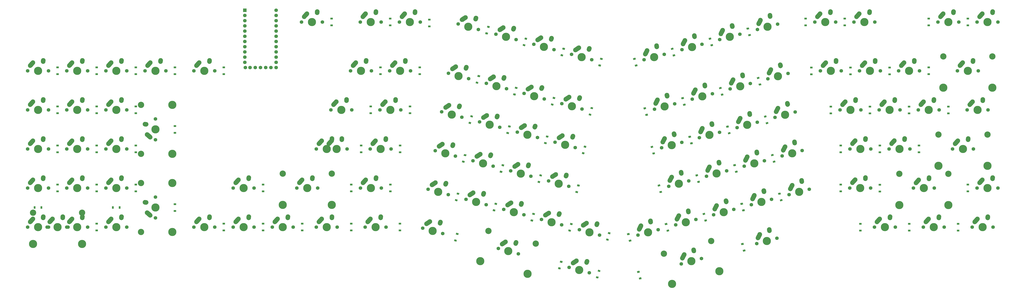
<source format=gbr>
%TF.GenerationSoftware,KiCad,Pcbnew,(5.1.10)-1*%
%TF.CreationDate,2021-06-19T21:53:37-07:00*%
%TF.ProjectId,HSC_Alice,4853435f-416c-4696-9365-2e6b69636164,rev?*%
%TF.SameCoordinates,Original*%
%TF.FileFunction,Soldermask,Bot*%
%TF.FilePolarity,Negative*%
%FSLAX46Y46*%
G04 Gerber Fmt 4.6, Leading zero omitted, Abs format (unit mm)*
G04 Created by KiCad (PCBNEW (5.1.10)-1) date 2021-06-19 21:53:37*
%MOMM*%
%LPD*%
G01*
G04 APERTURE LIST*
%ADD10C,1.750000*%
%ADD11C,2.250000*%
%ADD12C,3.987800*%
%ADD13C,3.048000*%
%ADD14C,0.100000*%
%ADD15R,1.200000X0.900000*%
%ADD16C,1.752600*%
%ADD17R,1.752600X1.752600*%
%ADD18R,0.900000X1.200000*%
G04 APERTURE END LIST*
D10*
%TO.C,MX54*%
X-388018055Y-186622695D03*
X-397831861Y-183993093D03*
D11*
X-394304496Y-180797143D03*
D12*
X-392924958Y-185307894D03*
G36*
G01*
X-396890169Y-182482707D02*
X-396890173Y-182482700D01*
G75*
G02*
X-396562093Y-180925904I942438J614358D01*
G01*
X-394918853Y-179854706D01*
G75*
G02*
X-393362057Y-180182786I614358J-942438D01*
G01*
X-393362057Y-180182786D01*
G75*
G02*
X-393690137Y-181739582I-942438J-614358D01*
G01*
X-395333377Y-182810780D01*
G75*
G02*
X-396890173Y-182482700I-614358J942438D01*
G01*
G37*
D11*
X-389156706Y-181058391D03*
G36*
G01*
X-389709865Y-182672621D02*
X-389710705Y-182672333D01*
G75*
G02*
X-390409516Y-181243028I365247J1064058D01*
G01*
X-390220764Y-180693144D01*
G75*
G02*
X-388791459Y-179994333I1064058J-365247D01*
G01*
X-388791459Y-179994333D01*
G75*
G02*
X-388092648Y-181423638I-365247J-1064058D01*
G01*
X-388281400Y-181973522D01*
G75*
G02*
X-389710705Y-182672333I-1064058J365247D01*
G01*
G37*
%TD*%
D12*
%TO.C,MX95*%
X-213207600Y-153593800D03*
X-237083600Y-153593800D03*
D13*
X-213207600Y-138353800D03*
X-237083600Y-138353800D03*
D10*
X-220065600Y-145338800D03*
X-230225600Y-145338800D03*
D11*
X-227645600Y-141338800D03*
D12*
X-225145600Y-145338800D03*
G36*
G01*
X-229706912Y-143636150D02*
X-229706917Y-143636145D01*
G75*
G02*
X-229792945Y-142047483I751317J837345D01*
G01*
X-228482943Y-140587483D01*
G75*
G02*
X-226894281Y-140501455I837345J-751317D01*
G01*
X-226894281Y-140501455D01*
G75*
G02*
X-226808253Y-142090117I-751317J-837345D01*
G01*
X-228118255Y-143550117D01*
G75*
G02*
X-229706917Y-143636145I-837345J751317D01*
G01*
G37*
D11*
X-222605600Y-140258800D03*
G36*
G01*
X-222722117Y-141961195D02*
X-222723003Y-141961134D01*
G75*
G02*
X-223767934Y-140761397I77403J1122334D01*
G01*
X-223727934Y-140181397D01*
G75*
G02*
X-222528197Y-139136466I1122334J-77403D01*
G01*
X-222528197Y-139136466D01*
G75*
G02*
X-221483266Y-140336203I-77403J-1122334D01*
G01*
X-221523266Y-140916203D01*
G75*
G02*
X-222723003Y-141961134I-1122334J77403D01*
G01*
G37*
%TD*%
D10*
%TO.C,MX105*%
X-193878200Y-107213400D03*
X-204038200Y-107213400D03*
D11*
X-201458200Y-103213400D03*
D12*
X-198958200Y-107213400D03*
G36*
G01*
X-203519512Y-105510750D02*
X-203519517Y-105510745D01*
G75*
G02*
X-203605545Y-103922083I751317J837345D01*
G01*
X-202295543Y-102462083D01*
G75*
G02*
X-200706881Y-102376055I837345J-751317D01*
G01*
X-200706881Y-102376055D01*
G75*
G02*
X-200620853Y-103964717I-751317J-837345D01*
G01*
X-201930855Y-105424717D01*
G75*
G02*
X-203519517Y-105510745I-837345J751317D01*
G01*
G37*
D11*
X-196418200Y-102133400D03*
G36*
G01*
X-196534717Y-103835795D02*
X-196535603Y-103835734D01*
G75*
G02*
X-197580534Y-102635997I77403J1122334D01*
G01*
X-197540534Y-102055997D01*
G75*
G02*
X-196340797Y-101011066I1122334J-77403D01*
G01*
X-196340797Y-101011066D01*
G75*
G02*
X-195295866Y-102210803I-77403J-1122334D01*
G01*
X-195335866Y-102790803D01*
G75*
G02*
X-196535603Y-103835734I-1122334J77403D01*
G01*
G37*
%TD*%
D12*
%TO.C,MX48*%
X-418061929Y-187128299D03*
X-441124374Y-180948736D03*
D13*
X-414117526Y-172407590D03*
X-437179971Y-166228026D03*
D10*
X-422549697Y-177379601D03*
X-432363503Y-174749999D03*
D11*
X-428836138Y-171554049D03*
D12*
X-427456600Y-176064800D03*
G36*
G01*
X-431421811Y-173239613D02*
X-431421815Y-173239606D01*
G75*
G02*
X-431093735Y-171682810I942438J614358D01*
G01*
X-429450495Y-170611612D01*
G75*
G02*
X-427893699Y-170939692I614358J-942438D01*
G01*
X-427893699Y-170939692D01*
G75*
G02*
X-428221779Y-172496488I-942438J-614358D01*
G01*
X-429865019Y-173567686D01*
G75*
G02*
X-431421815Y-173239606I-614358J942438D01*
G01*
G37*
D11*
X-423688348Y-171815297D03*
G36*
G01*
X-424241507Y-173429527D02*
X-424242347Y-173429239D01*
G75*
G02*
X-424941158Y-171999934I365247J1064058D01*
G01*
X-424752406Y-171450050D01*
G75*
G02*
X-423323101Y-170751239I1064058J-365247D01*
G01*
X-423323101Y-170751239D01*
G75*
G02*
X-422624290Y-172180544I-365247J-1064058D01*
G01*
X-422813042Y-172730428D01*
G75*
G02*
X-424242347Y-173429239I-1064058J365247D01*
G01*
G37*
%TD*%
D14*
%TO.C,D37*%
G36*
X-436703335Y-67300675D02*
G01*
X-437862446Y-66990092D01*
X-437629509Y-66120759D01*
X-436470398Y-66431342D01*
X-436703335Y-67300675D01*
G37*
G36*
X-437557437Y-70488231D02*
G01*
X-438716548Y-70177648D01*
X-438483611Y-69308315D01*
X-437324500Y-69618898D01*
X-437557437Y-70488231D01*
G37*
%TD*%
D15*
%TO.C,D19*%
X-513524500Y-62675500D03*
X-513524500Y-65975500D03*
%TD*%
D12*
%TO.C,MX29*%
X-513461000Y-153543000D03*
X-537337000Y-153543000D03*
D13*
X-513461000Y-138303000D03*
X-537337000Y-138303000D03*
D10*
X-520319000Y-145288000D03*
X-530479000Y-145288000D03*
D11*
X-527899000Y-141288000D03*
D12*
X-525399000Y-145288000D03*
G36*
G01*
X-529960312Y-143585350D02*
X-529960317Y-143585345D01*
G75*
G02*
X-530046345Y-141996683I751317J837345D01*
G01*
X-528736343Y-140536683D01*
G75*
G02*
X-527147681Y-140450655I837345J-751317D01*
G01*
X-527147681Y-140450655D01*
G75*
G02*
X-527061653Y-142039317I-751317J-837345D01*
G01*
X-528371655Y-143499317D01*
G75*
G02*
X-529960317Y-143585345I-837345J751317D01*
G01*
G37*
D11*
X-522859000Y-140208000D03*
G36*
G01*
X-522975517Y-141910395D02*
X-522976403Y-141910334D01*
G75*
G02*
X-524021334Y-140710597I77403J1122334D01*
G01*
X-523981334Y-140130597D01*
G75*
G02*
X-522781597Y-139085666I1122334J-77403D01*
G01*
X-522781597Y-139085666D01*
G75*
G02*
X-521736666Y-140285403I-77403J-1122334D01*
G01*
X-521776666Y-140865403D01*
G75*
G02*
X-522976403Y-141910334I-1122334J77403D01*
G01*
G37*
%TD*%
D10*
%TO.C,MX28*%
X-505968000Y-126238000D03*
X-516128000Y-126238000D03*
D11*
X-513548000Y-122238000D03*
D12*
X-511048000Y-126238000D03*
G36*
G01*
X-515609312Y-124535350D02*
X-515609317Y-124535345D01*
G75*
G02*
X-515695345Y-122946683I751317J837345D01*
G01*
X-514385343Y-121486683D01*
G75*
G02*
X-512796681Y-121400655I837345J-751317D01*
G01*
X-512796681Y-121400655D01*
G75*
G02*
X-512710653Y-122989317I-751317J-837345D01*
G01*
X-514020655Y-124449317D01*
G75*
G02*
X-515609317Y-124535345I-837345J751317D01*
G01*
G37*
D11*
X-508508000Y-121158000D03*
G36*
G01*
X-508624517Y-122860395D02*
X-508625403Y-122860334D01*
G75*
G02*
X-509670334Y-121660597I77403J1122334D01*
G01*
X-509630334Y-121080597D01*
G75*
G02*
X-508430597Y-120035666I1122334J-77403D01*
G01*
X-508430597Y-120035666D01*
G75*
G02*
X-507385666Y-121235403I-77403J-1122334D01*
G01*
X-507425666Y-121815403D01*
G75*
G02*
X-508625403Y-122860334I-1122334J77403D01*
G01*
G37*
%TD*%
D10*
%TO.C,MX6*%
X-651383000Y-164338000D03*
X-661543000Y-164338000D03*
D11*
X-658963000Y-160338000D03*
D12*
X-656463000Y-164338000D03*
G36*
G01*
X-661024312Y-162635350D02*
X-661024317Y-162635345D01*
G75*
G02*
X-661110345Y-161046683I751317J837345D01*
G01*
X-659800343Y-159586683D01*
G75*
G02*
X-658211681Y-159500655I837345J-751317D01*
G01*
X-658211681Y-159500655D01*
G75*
G02*
X-658125653Y-161089317I-751317J-837345D01*
G01*
X-659435655Y-162549317D01*
G75*
G02*
X-661024317Y-162635345I-837345J751317D01*
G01*
G37*
D11*
X-653923000Y-159258000D03*
G36*
G01*
X-654039517Y-160960395D02*
X-654040403Y-160960334D01*
G75*
G02*
X-655085334Y-159760597I77403J1122334D01*
G01*
X-655045334Y-159180597D01*
G75*
G02*
X-653845597Y-158135666I1122334J-77403D01*
G01*
X-653845597Y-158135666D01*
G75*
G02*
X-652800666Y-159335403I-77403J-1122334D01*
G01*
X-652840666Y-159915403D01*
G75*
G02*
X-654040403Y-160960334I-1122334J77403D01*
G01*
G37*
%TD*%
D16*
%TO.C,U2*%
X-553237400Y-86537800D03*
X-550697400Y-86537800D03*
X-548157400Y-86537800D03*
X-545617400Y-86537800D03*
X-543077400Y-86537800D03*
X-540537400Y-58597800D03*
X-555548800Y-86537800D03*
X-540537400Y-61137800D03*
X-540537400Y-63677800D03*
X-540537400Y-66217800D03*
X-540537400Y-68757800D03*
X-540537400Y-71297800D03*
X-540537400Y-73837800D03*
X-540537400Y-76377800D03*
X-540537400Y-78917800D03*
X-540537400Y-81457800D03*
X-540537400Y-83997800D03*
X-540537400Y-86537800D03*
X-555777400Y-83997800D03*
X-555777400Y-81457800D03*
X-555777400Y-78917800D03*
X-555777400Y-76377800D03*
X-555777400Y-73837800D03*
X-555777400Y-71297800D03*
X-555777400Y-68757800D03*
X-555777400Y-66217800D03*
X-555777400Y-63677800D03*
X-555777400Y-61137800D03*
D17*
X-555777400Y-58597800D03*
%TD*%
D12*
%TO.C,MX104*%
X-191795400Y-96393000D03*
X-215671400Y-96393000D03*
D13*
X-191795400Y-81153000D03*
X-215671400Y-81153000D03*
D10*
X-198653400Y-88138000D03*
X-208813400Y-88138000D03*
D11*
X-206233400Y-84138000D03*
D12*
X-203733400Y-88138000D03*
G36*
G01*
X-208294712Y-86435350D02*
X-208294717Y-86435345D01*
G75*
G02*
X-208380745Y-84846683I751317J837345D01*
G01*
X-207070743Y-83386683D01*
G75*
G02*
X-205482081Y-83300655I837345J-751317D01*
G01*
X-205482081Y-83300655D01*
G75*
G02*
X-205396053Y-84889317I-751317J-837345D01*
G01*
X-206706055Y-86349317D01*
G75*
G02*
X-208294717Y-86435345I-837345J751317D01*
G01*
G37*
D11*
X-201193400Y-83058000D03*
G36*
G01*
X-201309917Y-84760395D02*
X-201310803Y-84760334D01*
G75*
G02*
X-202355734Y-83560597I77403J1122334D01*
G01*
X-202315734Y-82980597D01*
G75*
G02*
X-201115997Y-81935666I1122334J-77403D01*
G01*
X-201115997Y-81935666D01*
G75*
G02*
X-200071066Y-83135403I-77403J-1122334D01*
G01*
X-200111066Y-83715403D01*
G75*
G02*
X-201310803Y-84760334I-1122334J77403D01*
G01*
G37*
%TD*%
D10*
%TO.C,MX103*%
X-189103000Y-64325500D03*
X-199263000Y-64325500D03*
D11*
X-196683000Y-60325500D03*
D12*
X-194183000Y-64325500D03*
G36*
G01*
X-198744312Y-62622850D02*
X-198744317Y-62622845D01*
G75*
G02*
X-198830345Y-61034183I751317J837345D01*
G01*
X-197520343Y-59574183D01*
G75*
G02*
X-195931681Y-59488155I837345J-751317D01*
G01*
X-195931681Y-59488155D01*
G75*
G02*
X-195845653Y-61076817I-751317J-837345D01*
G01*
X-197155655Y-62536817D01*
G75*
G02*
X-198744317Y-62622845I-837345J751317D01*
G01*
G37*
D11*
X-191643000Y-59245500D03*
G36*
G01*
X-191759517Y-60947895D02*
X-191760403Y-60947834D01*
G75*
G02*
X-192805334Y-59748097I77403J1122334D01*
G01*
X-192765334Y-59168097D01*
G75*
G02*
X-191565597Y-58123166I1122334J-77403D01*
G01*
X-191565597Y-58123166D01*
G75*
G02*
X-190520666Y-59322903I-77403J-1122334D01*
G01*
X-190560666Y-59902903D01*
G75*
G02*
X-191760403Y-60947834I-1122334J77403D01*
G01*
G37*
%TD*%
D10*
%TO.C,MX102*%
X-189103000Y-145288000D03*
X-199263000Y-145288000D03*
D11*
X-196683000Y-141288000D03*
D12*
X-194183000Y-145288000D03*
G36*
G01*
X-198744312Y-143585350D02*
X-198744317Y-143585345D01*
G75*
G02*
X-198830345Y-141996683I751317J837345D01*
G01*
X-197520343Y-140536683D01*
G75*
G02*
X-195931681Y-140450655I837345J-751317D01*
G01*
X-195931681Y-140450655D01*
G75*
G02*
X-195845653Y-142039317I-751317J-837345D01*
G01*
X-197155655Y-143499317D01*
G75*
G02*
X-198744317Y-143585345I-837345J751317D01*
G01*
G37*
D11*
X-191643000Y-140208000D03*
G36*
G01*
X-191759517Y-141910395D02*
X-191760403Y-141910334D01*
G75*
G02*
X-192805334Y-140710597I77403J1122334D01*
G01*
X-192765334Y-140130597D01*
G75*
G02*
X-191565597Y-139085666I1122334J-77403D01*
G01*
X-191565597Y-139085666D01*
G75*
G02*
X-190520666Y-140285403I-77403J-1122334D01*
G01*
X-190560666Y-140865403D01*
G75*
G02*
X-191760403Y-141910334I-1122334J77403D01*
G01*
G37*
%TD*%
D12*
%TO.C,MX101*%
X-194163400Y-134493000D03*
X-218039400Y-134493000D03*
D13*
X-194163400Y-119253000D03*
X-218039400Y-119253000D03*
D10*
X-201021400Y-126238000D03*
X-211181400Y-126238000D03*
D11*
X-208601400Y-122238000D03*
D12*
X-206101400Y-126238000D03*
G36*
G01*
X-210662712Y-124535350D02*
X-210662717Y-124535345D01*
G75*
G02*
X-210748745Y-122946683I751317J837345D01*
G01*
X-209438743Y-121486683D01*
G75*
G02*
X-207850081Y-121400655I837345J-751317D01*
G01*
X-207850081Y-121400655D01*
G75*
G02*
X-207764053Y-122989317I-751317J-837345D01*
G01*
X-209074055Y-124449317D01*
G75*
G02*
X-210662717Y-124535345I-837345J751317D01*
G01*
G37*
D11*
X-203561400Y-121158000D03*
G36*
G01*
X-203677917Y-122860395D02*
X-203678803Y-122860334D01*
G75*
G02*
X-204723734Y-121660597I77403J1122334D01*
G01*
X-204683734Y-121080597D01*
G75*
G02*
X-203483997Y-120035666I1122334J-77403D01*
G01*
X-203483997Y-120035666D01*
G75*
G02*
X-202439066Y-121235403I-77403J-1122334D01*
G01*
X-202479066Y-121815403D01*
G75*
G02*
X-203678803Y-122860334I-1122334J77403D01*
G01*
G37*
%TD*%
D10*
%TO.C,MX99*%
X-217703400Y-107213400D03*
X-227863400Y-107213400D03*
D11*
X-225283400Y-103213400D03*
D12*
X-222783400Y-107213400D03*
G36*
G01*
X-227344712Y-105510750D02*
X-227344717Y-105510745D01*
G75*
G02*
X-227430745Y-103922083I751317J837345D01*
G01*
X-226120743Y-102462083D01*
G75*
G02*
X-224532081Y-102376055I837345J-751317D01*
G01*
X-224532081Y-102376055D01*
G75*
G02*
X-224446053Y-103964717I-751317J-837345D01*
G01*
X-225756055Y-105424717D01*
G75*
G02*
X-227344717Y-105510745I-837345J751317D01*
G01*
G37*
D11*
X-220243400Y-102133400D03*
G36*
G01*
X-220359917Y-103835795D02*
X-220360803Y-103835734D01*
G75*
G02*
X-221405734Y-102635997I77403J1122334D01*
G01*
X-221365734Y-102055997D01*
G75*
G02*
X-220165997Y-101011066I1122334J-77403D01*
G01*
X-220165997Y-101011066D01*
G75*
G02*
X-219121066Y-102210803I-77403J-1122334D01*
G01*
X-219161066Y-102790803D01*
G75*
G02*
X-220360803Y-103835734I-1122334J77403D01*
G01*
G37*
%TD*%
D10*
%TO.C,MX98*%
X-227228400Y-88163400D03*
X-237388400Y-88163400D03*
D11*
X-234808400Y-84163400D03*
D12*
X-232308400Y-88163400D03*
G36*
G01*
X-236869712Y-86460750D02*
X-236869717Y-86460745D01*
G75*
G02*
X-236955745Y-84872083I751317J837345D01*
G01*
X-235645743Y-83412083D01*
G75*
G02*
X-234057081Y-83326055I837345J-751317D01*
G01*
X-234057081Y-83326055D01*
G75*
G02*
X-233971053Y-84914717I-751317J-837345D01*
G01*
X-235281055Y-86374717D01*
G75*
G02*
X-236869717Y-86460745I-837345J751317D01*
G01*
G37*
D11*
X-229768400Y-83083400D03*
G36*
G01*
X-229884917Y-84785795D02*
X-229885803Y-84785734D01*
G75*
G02*
X-230930734Y-83585997I77403J1122334D01*
G01*
X-230890734Y-83005997D01*
G75*
G02*
X-229690997Y-81961066I1122334J-77403D01*
G01*
X-229690997Y-81961066D01*
G75*
G02*
X-228646066Y-83160803I-77403J-1122334D01*
G01*
X-228686066Y-83740803D01*
G75*
G02*
X-229885803Y-84785734I-1122334J77403D01*
G01*
G37*
%TD*%
D10*
%TO.C,MX97*%
X-208153000Y-64325500D03*
X-218313000Y-64325500D03*
D11*
X-215733000Y-60325500D03*
D12*
X-213233000Y-64325500D03*
G36*
G01*
X-217794312Y-62622850D02*
X-217794317Y-62622845D01*
G75*
G02*
X-217880345Y-61034183I751317J837345D01*
G01*
X-216570343Y-59574183D01*
G75*
G02*
X-214981681Y-59488155I837345J-751317D01*
G01*
X-214981681Y-59488155D01*
G75*
G02*
X-214895653Y-61076817I-751317J-837345D01*
G01*
X-216205655Y-62536817D01*
G75*
G02*
X-217794317Y-62622845I-837345J751317D01*
G01*
G37*
D11*
X-210693000Y-59245500D03*
G36*
G01*
X-210809517Y-60947895D02*
X-210810403Y-60947834D01*
G75*
G02*
X-211855334Y-59748097I77403J1122334D01*
G01*
X-211815334Y-59168097D01*
G75*
G02*
X-210615597Y-58123166I1122334J-77403D01*
G01*
X-210615597Y-58123166D01*
G75*
G02*
X-209570666Y-59322903I-77403J-1122334D01*
G01*
X-209610666Y-59902903D01*
G75*
G02*
X-210810403Y-60947834I-1122334J77403D01*
G01*
G37*
%TD*%
D10*
%TO.C,MX96*%
X-191469000Y-164363400D03*
X-201629000Y-164363400D03*
D11*
X-199049000Y-160363400D03*
D12*
X-196549000Y-164363400D03*
G36*
G01*
X-201110312Y-162660750D02*
X-201110317Y-162660745D01*
G75*
G02*
X-201196345Y-161072083I751317J837345D01*
G01*
X-199886343Y-159612083D01*
G75*
G02*
X-198297681Y-159526055I837345J-751317D01*
G01*
X-198297681Y-159526055D01*
G75*
G02*
X-198211653Y-161114717I-751317J-837345D01*
G01*
X-199521655Y-162574717D01*
G75*
G02*
X-201110317Y-162660745I-837345J751317D01*
G01*
G37*
D11*
X-194009000Y-159283400D03*
G36*
G01*
X-194125517Y-160985795D02*
X-194126403Y-160985734D01*
G75*
G02*
X-195171334Y-159785997I77403J1122334D01*
G01*
X-195131334Y-159205997D01*
G75*
G02*
X-193931597Y-158161066I1122334J-77403D01*
G01*
X-193931597Y-158161066D01*
G75*
G02*
X-192886666Y-159360803I-77403J-1122334D01*
G01*
X-192926666Y-159940803D01*
G75*
G02*
X-194126403Y-160985734I-1122334J77403D01*
G01*
G37*
%TD*%
D10*
%TO.C,MX94*%
X-231952800Y-126212600D03*
X-242112800Y-126212600D03*
D11*
X-239532800Y-122212600D03*
D12*
X-237032800Y-126212600D03*
G36*
G01*
X-241594112Y-124509950D02*
X-241594117Y-124509945D01*
G75*
G02*
X-241680145Y-122921283I751317J837345D01*
G01*
X-240370143Y-121461283D01*
G75*
G02*
X-238781481Y-121375255I837345J-751317D01*
G01*
X-238781481Y-121375255D01*
G75*
G02*
X-238695453Y-122963917I-751317J-837345D01*
G01*
X-240005455Y-124423917D01*
G75*
G02*
X-241594117Y-124509945I-837345J751317D01*
G01*
G37*
D11*
X-234492800Y-121132600D03*
G36*
G01*
X-234609317Y-122834995D02*
X-234610203Y-122834934D01*
G75*
G02*
X-235655134Y-121635197I77403J1122334D01*
G01*
X-235615134Y-121055197D01*
G75*
G02*
X-234415397Y-120010266I1122334J-77403D01*
G01*
X-234415397Y-120010266D01*
G75*
G02*
X-233370466Y-121210003I-77403J-1122334D01*
G01*
X-233410466Y-121790003D01*
G75*
G02*
X-234610203Y-122834934I-1122334J77403D01*
G01*
G37*
%TD*%
D10*
%TO.C,MX93*%
X-236753400Y-107213400D03*
X-246913400Y-107213400D03*
D11*
X-244333400Y-103213400D03*
D12*
X-241833400Y-107213400D03*
G36*
G01*
X-246394712Y-105510750D02*
X-246394717Y-105510745D01*
G75*
G02*
X-246480745Y-103922083I751317J837345D01*
G01*
X-245170743Y-102462083D01*
G75*
G02*
X-243582081Y-102376055I837345J-751317D01*
G01*
X-243582081Y-102376055D01*
G75*
G02*
X-243496053Y-103964717I-751317J-837345D01*
G01*
X-244806055Y-105424717D01*
G75*
G02*
X-246394717Y-105510745I-837345J751317D01*
G01*
G37*
D11*
X-239293400Y-102133400D03*
G36*
G01*
X-239409917Y-103835795D02*
X-239410803Y-103835734D01*
G75*
G02*
X-240455734Y-102635997I77403J1122334D01*
G01*
X-240415734Y-102055997D01*
G75*
G02*
X-239215997Y-101011066I1122334J-77403D01*
G01*
X-239215997Y-101011066D01*
G75*
G02*
X-238171066Y-102210803I-77403J-1122334D01*
G01*
X-238211066Y-102790803D01*
G75*
G02*
X-239410803Y-103835734I-1122334J77403D01*
G01*
G37*
%TD*%
D10*
%TO.C,MX92*%
X-246278400Y-88163400D03*
X-256438400Y-88163400D03*
D11*
X-253858400Y-84163400D03*
D12*
X-251358400Y-88163400D03*
G36*
G01*
X-255919712Y-86460750D02*
X-255919717Y-86460745D01*
G75*
G02*
X-256005745Y-84872083I751317J837345D01*
G01*
X-254695743Y-83412083D01*
G75*
G02*
X-253107081Y-83326055I837345J-751317D01*
G01*
X-253107081Y-83326055D01*
G75*
G02*
X-253021053Y-84914717I-751317J-837345D01*
G01*
X-254331055Y-86374717D01*
G75*
G02*
X-255919717Y-86460745I-837345J751317D01*
G01*
G37*
D11*
X-248818400Y-83083400D03*
G36*
G01*
X-248934917Y-84785795D02*
X-248935803Y-84785734D01*
G75*
G02*
X-249980734Y-83585997I77403J1122334D01*
G01*
X-249940734Y-83005997D01*
G75*
G02*
X-248740997Y-81961066I1122334J-77403D01*
G01*
X-248740997Y-81961066D01*
G75*
G02*
X-247696066Y-83160803I-77403J-1122334D01*
G01*
X-247736066Y-83740803D01*
G75*
G02*
X-248935803Y-84785734I-1122334J77403D01*
G01*
G37*
%TD*%
D10*
%TO.C,MX91*%
X-249021600Y-64325500D03*
X-259181600Y-64325500D03*
D11*
X-256601600Y-60325500D03*
D12*
X-254101600Y-64325500D03*
G36*
G01*
X-258662912Y-62622850D02*
X-258662917Y-62622845D01*
G75*
G02*
X-258748945Y-61034183I751317J837345D01*
G01*
X-257438943Y-59574183D01*
G75*
G02*
X-255850281Y-59488155I837345J-751317D01*
G01*
X-255850281Y-59488155D01*
G75*
G02*
X-255764253Y-61076817I-751317J-837345D01*
G01*
X-257074255Y-62536817D01*
G75*
G02*
X-258662917Y-62622845I-837345J751317D01*
G01*
G37*
D11*
X-251561600Y-59245500D03*
G36*
G01*
X-251678117Y-60947895D02*
X-251679003Y-60947834D01*
G75*
G02*
X-252723934Y-59748097I77403J1122334D01*
G01*
X-252683934Y-59168097D01*
G75*
G02*
X-251484197Y-58123166I1122334J-77403D01*
G01*
X-251484197Y-58123166D01*
G75*
G02*
X-250439266Y-59322903I-77403J-1122334D01*
G01*
X-250479266Y-59902903D01*
G75*
G02*
X-251679003Y-60947834I-1122334J77403D01*
G01*
G37*
%TD*%
D10*
%TO.C,MX90*%
X-215268800Y-164363400D03*
X-225428800Y-164363400D03*
D11*
X-222848800Y-160363400D03*
D12*
X-220348800Y-164363400D03*
G36*
G01*
X-224910112Y-162660750D02*
X-224910117Y-162660745D01*
G75*
G02*
X-224996145Y-161072083I751317J837345D01*
G01*
X-223686143Y-159612083D01*
G75*
G02*
X-222097481Y-159526055I837345J-751317D01*
G01*
X-222097481Y-159526055D01*
G75*
G02*
X-222011453Y-161114717I-751317J-837345D01*
G01*
X-223321455Y-162574717D01*
G75*
G02*
X-224910117Y-162660745I-837345J751317D01*
G01*
G37*
D11*
X-217808800Y-159283400D03*
G36*
G01*
X-217925317Y-160985795D02*
X-217926203Y-160985734D01*
G75*
G02*
X-218971134Y-159785997I77403J1122334D01*
G01*
X-218931134Y-159205997D01*
G75*
G02*
X-217731397Y-158161066I1122334J-77403D01*
G01*
X-217731397Y-158161066D01*
G75*
G02*
X-216686466Y-159360803I-77403J-1122334D01*
G01*
X-216726466Y-159940803D01*
G75*
G02*
X-217926203Y-160985734I-1122334J77403D01*
G01*
G37*
%TD*%
D10*
%TO.C,MX89*%
X-251028200Y-145262600D03*
X-261188200Y-145262600D03*
D11*
X-258608200Y-141262600D03*
D12*
X-256108200Y-145262600D03*
G36*
G01*
X-260669512Y-143559950D02*
X-260669517Y-143559945D01*
G75*
G02*
X-260755545Y-141971283I751317J837345D01*
G01*
X-259445543Y-140511283D01*
G75*
G02*
X-257856881Y-140425255I837345J-751317D01*
G01*
X-257856881Y-140425255D01*
G75*
G02*
X-257770853Y-142013917I-751317J-837345D01*
G01*
X-259080855Y-143473917D01*
G75*
G02*
X-260669517Y-143559945I-837345J751317D01*
G01*
G37*
D11*
X-253568200Y-140182600D03*
G36*
G01*
X-253684717Y-141884995D02*
X-253685603Y-141884934D01*
G75*
G02*
X-254730534Y-140685197I77403J1122334D01*
G01*
X-254690534Y-140105197D01*
G75*
G02*
X-253490797Y-139060266I1122334J-77403D01*
G01*
X-253490797Y-139060266D01*
G75*
G02*
X-252445866Y-140260003I-77403J-1122334D01*
G01*
X-252485866Y-140840003D01*
G75*
G02*
X-253685603Y-141884934I-1122334J77403D01*
G01*
G37*
%TD*%
D10*
%TO.C,MX88*%
X-251002800Y-126212600D03*
X-261162800Y-126212600D03*
D11*
X-258582800Y-122212600D03*
D12*
X-256082800Y-126212600D03*
G36*
G01*
X-260644112Y-124509950D02*
X-260644117Y-124509945D01*
G75*
G02*
X-260730145Y-122921283I751317J837345D01*
G01*
X-259420143Y-121461283D01*
G75*
G02*
X-257831481Y-121375255I837345J-751317D01*
G01*
X-257831481Y-121375255D01*
G75*
G02*
X-257745453Y-122963917I-751317J-837345D01*
G01*
X-259055455Y-124423917D01*
G75*
G02*
X-260644117Y-124509945I-837345J751317D01*
G01*
G37*
D11*
X-253542800Y-121132600D03*
G36*
G01*
X-253659317Y-122834995D02*
X-253660203Y-122834934D01*
G75*
G02*
X-254705134Y-121635197I77403J1122334D01*
G01*
X-254665134Y-121055197D01*
G75*
G02*
X-253465397Y-120010266I1122334J-77403D01*
G01*
X-253465397Y-120010266D01*
G75*
G02*
X-252420466Y-121210003I-77403J-1122334D01*
G01*
X-252460466Y-121790003D01*
G75*
G02*
X-253660203Y-122834934I-1122334J77403D01*
G01*
G37*
%TD*%
D10*
%TO.C,MX87*%
X-255828800Y-107213400D03*
X-265988800Y-107213400D03*
D11*
X-263408800Y-103213400D03*
D12*
X-260908800Y-107213400D03*
G36*
G01*
X-265470112Y-105510750D02*
X-265470117Y-105510745D01*
G75*
G02*
X-265556145Y-103922083I751317J837345D01*
G01*
X-264246143Y-102462083D01*
G75*
G02*
X-262657481Y-102376055I837345J-751317D01*
G01*
X-262657481Y-102376055D01*
G75*
G02*
X-262571453Y-103964717I-751317J-837345D01*
G01*
X-263881455Y-105424717D01*
G75*
G02*
X-265470117Y-105510745I-837345J751317D01*
G01*
G37*
D11*
X-258368800Y-102133400D03*
G36*
G01*
X-258485317Y-103835795D02*
X-258486203Y-103835734D01*
G75*
G02*
X-259531134Y-102635997I77403J1122334D01*
G01*
X-259491134Y-102055997D01*
G75*
G02*
X-258291397Y-101011066I1122334J-77403D01*
G01*
X-258291397Y-101011066D01*
G75*
G02*
X-257246466Y-102210803I-77403J-1122334D01*
G01*
X-257286466Y-102790803D01*
G75*
G02*
X-258486203Y-103835734I-1122334J77403D01*
G01*
G37*
%TD*%
D10*
%TO.C,MX86*%
X-265328400Y-88163400D03*
X-275488400Y-88163400D03*
D11*
X-272908400Y-84163400D03*
D12*
X-270408400Y-88163400D03*
G36*
G01*
X-274969712Y-86460750D02*
X-274969717Y-86460745D01*
G75*
G02*
X-275055745Y-84872083I751317J837345D01*
G01*
X-273745743Y-83412083D01*
G75*
G02*
X-272157081Y-83326055I837345J-751317D01*
G01*
X-272157081Y-83326055D01*
G75*
G02*
X-272071053Y-84914717I-751317J-837345D01*
G01*
X-273381055Y-86374717D01*
G75*
G02*
X-274969717Y-86460745I-837345J751317D01*
G01*
G37*
D11*
X-267868400Y-83083400D03*
G36*
G01*
X-267984917Y-84785795D02*
X-267985803Y-84785734D01*
G75*
G02*
X-269030734Y-83585997I77403J1122334D01*
G01*
X-268990734Y-83005997D01*
G75*
G02*
X-267790997Y-81961066I1122334J-77403D01*
G01*
X-267790997Y-81961066D01*
G75*
G02*
X-266746066Y-83160803I-77403J-1122334D01*
G01*
X-266786066Y-83740803D01*
G75*
G02*
X-267985803Y-84785734I-1122334J77403D01*
G01*
G37*
%TD*%
D10*
%TO.C,MX85*%
X-268071600Y-64325500D03*
X-278231600Y-64325500D03*
D11*
X-275651600Y-60325500D03*
D12*
X-273151600Y-64325500D03*
G36*
G01*
X-277712912Y-62622850D02*
X-277712917Y-62622845D01*
G75*
G02*
X-277798945Y-61034183I751317J837345D01*
G01*
X-276488943Y-59574183D01*
G75*
G02*
X-274900281Y-59488155I837345J-751317D01*
G01*
X-274900281Y-59488155D01*
G75*
G02*
X-274814253Y-61076817I-751317J-837345D01*
G01*
X-276124255Y-62536817D01*
G75*
G02*
X-277712917Y-62622845I-837345J751317D01*
G01*
G37*
D11*
X-270611600Y-59245500D03*
G36*
G01*
X-270728117Y-60947895D02*
X-270729003Y-60947834D01*
G75*
G02*
X-271773934Y-59748097I77403J1122334D01*
G01*
X-271733934Y-59168097D01*
G75*
G02*
X-270534197Y-58123166I1122334J-77403D01*
G01*
X-270534197Y-58123166D01*
G75*
G02*
X-269489266Y-59322903I-77403J-1122334D01*
G01*
X-269529266Y-59902903D01*
G75*
G02*
X-270729003Y-60947834I-1122334J77403D01*
G01*
G37*
%TD*%
D10*
%TO.C,MX84*%
X-239064800Y-164363400D03*
X-249224800Y-164363400D03*
D11*
X-246644800Y-160363400D03*
D12*
X-244144800Y-164363400D03*
G36*
G01*
X-248706112Y-162660750D02*
X-248706117Y-162660745D01*
G75*
G02*
X-248792145Y-161072083I751317J837345D01*
G01*
X-247482143Y-159612083D01*
G75*
G02*
X-245893481Y-159526055I837345J-751317D01*
G01*
X-245893481Y-159526055D01*
G75*
G02*
X-245807453Y-161114717I-751317J-837345D01*
G01*
X-247117455Y-162574717D01*
G75*
G02*
X-248706117Y-162660745I-837345J751317D01*
G01*
G37*
D11*
X-241604800Y-159283400D03*
G36*
G01*
X-241721317Y-160985795D02*
X-241722203Y-160985734D01*
G75*
G02*
X-242767134Y-159785997I77403J1122334D01*
G01*
X-242727134Y-159205997D01*
G75*
G02*
X-241527397Y-158161066I1122334J-77403D01*
G01*
X-241527397Y-158161066D01*
G75*
G02*
X-240482466Y-159360803I-77403J-1122334D01*
G01*
X-240522466Y-159940803D01*
G75*
G02*
X-241722203Y-160985734I-1122334J77403D01*
G01*
G37*
%TD*%
D10*
%TO.C,MX83*%
X-280909009Y-145870199D03*
X-290722815Y-148499801D03*
D11*
X-289266003Y-143968344D03*
D12*
X-285815912Y-147185000D03*
G36*
G01*
X-290662479Y-146720921D02*
X-290662486Y-146720918D01*
G75*
G02*
X-291156759Y-145208653I508996J1003269D01*
G01*
X-290269271Y-143459349D01*
G75*
G02*
X-288757006Y-142965076I1003269J-508996D01*
G01*
X-288757006Y-142965076D01*
G75*
G02*
X-288262733Y-144477341I-508996J-1003269D01*
G01*
X-289150221Y-146226645D01*
G75*
G02*
X-290662486Y-146720918I-1003269J508996D01*
G01*
G37*
D11*
X-284677261Y-141620696D03*
G36*
G01*
X-284349196Y-143295240D02*
X-284350067Y-143295411D01*
G75*
G02*
X-285669908Y-142407002I-215716J1104125D01*
G01*
X-285781386Y-141836412D01*
G75*
G02*
X-284892977Y-140516571I1104125J215716D01*
G01*
X-284892977Y-140516571D01*
G75*
G02*
X-283573136Y-141404980I215716J-1104125D01*
G01*
X-283461658Y-141975570D01*
G75*
G02*
X-284350067Y-143295411I-1104125J-215716D01*
G01*
G37*
%TD*%
D10*
%TO.C,MX82*%
X-284368439Y-127044493D03*
X-294182245Y-129674095D03*
D11*
X-292725433Y-125142638D03*
D12*
X-289275342Y-128359294D03*
G36*
G01*
X-294121909Y-127895215D02*
X-294121916Y-127895212D01*
G75*
G02*
X-294616189Y-126382947I508996J1003269D01*
G01*
X-293728701Y-124633643D01*
G75*
G02*
X-292216436Y-124139370I1003269J-508996D01*
G01*
X-292216436Y-124139370D01*
G75*
G02*
X-291722163Y-125651635I-508996J-1003269D01*
G01*
X-292609651Y-127400939D01*
G75*
G02*
X-294121916Y-127895212I-1003269J508996D01*
G01*
G37*
D11*
X-288136691Y-122794990D03*
G36*
G01*
X-287808626Y-124469534D02*
X-287809497Y-124469705D01*
G75*
G02*
X-289129338Y-123581296I-215716J1104125D01*
G01*
X-289240816Y-123010706D01*
G75*
G02*
X-288352407Y-121690865I1104125J215716D01*
G01*
X-288352407Y-121690865D01*
G75*
G02*
X-287032566Y-122579274I215716J-1104125D01*
G01*
X-286921088Y-123149864D01*
G75*
G02*
X-287809497Y-124469705I-1104125J-215716D01*
G01*
G37*
%TD*%
D10*
%TO.C,MX81*%
X-287822839Y-108248493D03*
X-297636645Y-110878095D03*
D11*
X-296179833Y-106346638D03*
D12*
X-292729742Y-109563294D03*
G36*
G01*
X-297576309Y-109099215D02*
X-297576316Y-109099212D01*
G75*
G02*
X-298070589Y-107586947I508996J1003269D01*
G01*
X-297183101Y-105837643D01*
G75*
G02*
X-295670836Y-105343370I1003269J-508996D01*
G01*
X-295670836Y-105343370D01*
G75*
G02*
X-295176563Y-106855635I-508996J-1003269D01*
G01*
X-296064051Y-108604939D01*
G75*
G02*
X-297576316Y-109099212I-1003269J508996D01*
G01*
G37*
D11*
X-291591091Y-103998990D03*
G36*
G01*
X-291263026Y-105673534D02*
X-291263897Y-105673705D01*
G75*
G02*
X-292583738Y-104785296I-215716J1104125D01*
G01*
X-292695216Y-104214706D01*
G75*
G02*
X-291806807Y-102894865I1104125J215716D01*
G01*
X-291806807Y-102894865D01*
G75*
G02*
X-290486966Y-103783274I215716J-1104125D01*
G01*
X-290375488Y-104353864D01*
G75*
G02*
X-291263897Y-105673705I-1104125J-215716D01*
G01*
G37*
%TD*%
D10*
%TO.C,MX80*%
X-291277239Y-89427093D03*
X-301091045Y-92056695D03*
D11*
X-299634233Y-87525238D03*
D12*
X-296184142Y-90741894D03*
G36*
G01*
X-301030709Y-90277815D02*
X-301030716Y-90277812D01*
G75*
G02*
X-301524989Y-88765547I508996J1003269D01*
G01*
X-300637501Y-87016243D01*
G75*
G02*
X-299125236Y-86521970I1003269J-508996D01*
G01*
X-299125236Y-86521970D01*
G75*
G02*
X-298630963Y-88034235I-508996J-1003269D01*
G01*
X-299518451Y-89783539D01*
G75*
G02*
X-301030716Y-90277812I-1003269J508996D01*
G01*
G37*
D11*
X-295045491Y-85177590D03*
G36*
G01*
X-294717426Y-86852134D02*
X-294718297Y-86852305D01*
G75*
G02*
X-296038138Y-85963896I-215716J1104125D01*
G01*
X-296149616Y-85393306D01*
G75*
G02*
X-295261207Y-84073465I1104125J215716D01*
G01*
X-295261207Y-84073465D01*
G75*
G02*
X-293941366Y-84961874I215716J-1104125D01*
G01*
X-293829888Y-85532464D01*
G75*
G02*
X-294718297Y-86852305I-1104125J-215716D01*
G01*
G37*
%TD*%
D10*
%TO.C,MX79*%
X-296336889Y-65350293D03*
X-306150695Y-67979895D03*
D11*
X-304693883Y-63448438D03*
D12*
X-301243792Y-66665094D03*
G36*
G01*
X-306090359Y-66201015D02*
X-306090366Y-66201012D01*
G75*
G02*
X-306584639Y-64688747I508996J1003269D01*
G01*
X-305697151Y-62939443D01*
G75*
G02*
X-304184886Y-62445170I1003269J-508996D01*
G01*
X-304184886Y-62445170D01*
G75*
G02*
X-303690613Y-63957435I-508996J-1003269D01*
G01*
X-304578101Y-65706739D01*
G75*
G02*
X-306090366Y-66201012I-1003269J508996D01*
G01*
G37*
D11*
X-300105141Y-61100790D03*
G36*
G01*
X-299777076Y-62775334D02*
X-299777947Y-62775505D01*
G75*
G02*
X-301097788Y-61887096I-215716J1104125D01*
G01*
X-301209266Y-61316506D01*
G75*
G02*
X-300320857Y-59996665I1104125J215716D01*
G01*
X-300320857Y-59996665D01*
G75*
G02*
X-299001016Y-60885074I215716J-1104125D01*
G01*
X-298889538Y-61455664D01*
G75*
G02*
X-299777947Y-62775505I-1104125J-215716D01*
G01*
G37*
%TD*%
D10*
%TO.C,MX78*%
X-296670124Y-169799194D03*
X-306483930Y-172428796D03*
D11*
X-305027118Y-167897339D03*
D12*
X-301577027Y-171113995D03*
G36*
G01*
X-306423594Y-170649916D02*
X-306423601Y-170649913D01*
G75*
G02*
X-306917874Y-169137648I508996J1003269D01*
G01*
X-306030386Y-167388344D01*
G75*
G02*
X-304518121Y-166894071I1003269J-508996D01*
G01*
X-304518121Y-166894071D01*
G75*
G02*
X-304023848Y-168406336I-508996J-1003269D01*
G01*
X-304911336Y-170155640D01*
G75*
G02*
X-306423601Y-170649913I-1003269J508996D01*
G01*
G37*
D11*
X-300438376Y-165549691D03*
G36*
G01*
X-300110311Y-167224235D02*
X-300111182Y-167224406D01*
G75*
G02*
X-301431023Y-166335997I-215716J1104125D01*
G01*
X-301542501Y-165765407D01*
G75*
G02*
X-300654092Y-164445566I1104125J215716D01*
G01*
X-300654092Y-164445566D01*
G75*
G02*
X-299334251Y-165333975I215716J-1104125D01*
G01*
X-299222773Y-165904565D01*
G75*
G02*
X-300111182Y-167224406I-1104125J-215716D01*
G01*
G37*
%TD*%
D10*
%TO.C,MX77*%
X-299309895Y-150800701D03*
X-309123701Y-153430303D03*
D11*
X-307666889Y-148898846D03*
D12*
X-304216798Y-152115502D03*
G36*
G01*
X-309063365Y-151651423D02*
X-309063372Y-151651420D01*
G75*
G02*
X-309557645Y-150139155I508996J1003269D01*
G01*
X-308670157Y-148389851D01*
G75*
G02*
X-307157892Y-147895578I1003269J-508996D01*
G01*
X-307157892Y-147895578D01*
G75*
G02*
X-306663619Y-149407843I-508996J-1003269D01*
G01*
X-307551107Y-151157147D01*
G75*
G02*
X-309063372Y-151651420I-1003269J508996D01*
G01*
G37*
D11*
X-303078147Y-146551198D03*
G36*
G01*
X-302750082Y-148225742D02*
X-302750953Y-148225913D01*
G75*
G02*
X-304070794Y-147337504I-215716J1104125D01*
G01*
X-304182272Y-146766914D01*
G75*
G02*
X-303293863Y-145447073I1104125J215716D01*
G01*
X-303293863Y-145447073D01*
G75*
G02*
X-301974022Y-146335482I215716J-1104125D01*
G01*
X-301862544Y-146906072D01*
G75*
G02*
X-302750953Y-148225913I-1104125J-215716D01*
G01*
G37*
%TD*%
D10*
%TO.C,MX76*%
X-302769325Y-131974995D03*
X-312583131Y-134604597D03*
D11*
X-311126319Y-130073140D03*
D12*
X-307676228Y-133289796D03*
G36*
G01*
X-312522795Y-132825717D02*
X-312522802Y-132825714D01*
G75*
G02*
X-313017075Y-131313449I508996J1003269D01*
G01*
X-312129587Y-129564145D01*
G75*
G02*
X-310617322Y-129069872I1003269J-508996D01*
G01*
X-310617322Y-129069872D01*
G75*
G02*
X-310123049Y-130582137I-508996J-1003269D01*
G01*
X-311010537Y-132331441D01*
G75*
G02*
X-312522802Y-132825714I-1003269J508996D01*
G01*
G37*
D11*
X-306537577Y-127725492D03*
G36*
G01*
X-306209512Y-129400036D02*
X-306210383Y-129400207D01*
G75*
G02*
X-307530224Y-128511798I-215716J1104125D01*
G01*
X-307641702Y-127941208D01*
G75*
G02*
X-306753293Y-126621367I1104125J215716D01*
G01*
X-306753293Y-126621367D01*
G75*
G02*
X-305433452Y-127509776I215716J-1104125D01*
G01*
X-305321974Y-128080366D01*
G75*
G02*
X-306210383Y-129400207I-1104125J-215716D01*
G01*
G37*
%TD*%
D10*
%TO.C,MX75*%
X-306223725Y-113178995D03*
X-316037531Y-115808597D03*
D11*
X-314580719Y-111277140D03*
D12*
X-311130628Y-114493796D03*
G36*
G01*
X-315977195Y-114029717D02*
X-315977202Y-114029714D01*
G75*
G02*
X-316471475Y-112517449I508996J1003269D01*
G01*
X-315583987Y-110768145D01*
G75*
G02*
X-314071722Y-110273872I1003269J-508996D01*
G01*
X-314071722Y-110273872D01*
G75*
G02*
X-313577449Y-111786137I-508996J-1003269D01*
G01*
X-314464937Y-113535441D01*
G75*
G02*
X-315977202Y-114029714I-1003269J508996D01*
G01*
G37*
D11*
X-309991977Y-108929492D03*
G36*
G01*
X-309663912Y-110604036D02*
X-309664783Y-110604207D01*
G75*
G02*
X-310984624Y-109715798I-215716J1104125D01*
G01*
X-311096102Y-109145208D01*
G75*
G02*
X-310207693Y-107825367I1104125J215716D01*
G01*
X-310207693Y-107825367D01*
G75*
G02*
X-308887852Y-108713776I215716J-1104125D01*
G01*
X-308776374Y-109284366D01*
G75*
G02*
X-309664783Y-110604207I-1104125J-215716D01*
G01*
G37*
%TD*%
D10*
%TO.C,MX74*%
X-309678125Y-94357595D03*
X-319491931Y-96987197D03*
D11*
X-318035119Y-92455740D03*
D12*
X-314585028Y-95672396D03*
G36*
G01*
X-319431595Y-95208317D02*
X-319431602Y-95208314D01*
G75*
G02*
X-319925875Y-93696049I508996J1003269D01*
G01*
X-319038387Y-91946745D01*
G75*
G02*
X-317526122Y-91452472I1003269J-508996D01*
G01*
X-317526122Y-91452472D01*
G75*
G02*
X-317031849Y-92964737I-508996J-1003269D01*
G01*
X-317919337Y-94714041D01*
G75*
G02*
X-319431602Y-95208314I-1003269J508996D01*
G01*
G37*
D11*
X-313446377Y-90108092D03*
G36*
G01*
X-313118312Y-91782636D02*
X-313119183Y-91782807D01*
G75*
G02*
X-314439024Y-90894398I-215716J1104125D01*
G01*
X-314550502Y-90323808D01*
G75*
G02*
X-313662093Y-89003967I1104125J215716D01*
G01*
X-313662093Y-89003967D01*
G75*
G02*
X-312342252Y-89892376I215716J-1104125D01*
G01*
X-312230774Y-90462966D01*
G75*
G02*
X-313119183Y-91782807I-1104125J-215716D01*
G01*
G37*
%TD*%
D10*
%TO.C,MX73*%
X-314737775Y-70280795D03*
X-324551581Y-72910397D03*
D11*
X-323094769Y-68378940D03*
D12*
X-319644678Y-71595596D03*
G36*
G01*
X-324491245Y-71131517D02*
X-324491252Y-71131514D01*
G75*
G02*
X-324985525Y-69619249I508996J1003269D01*
G01*
X-324098037Y-67869945D01*
G75*
G02*
X-322585772Y-67375672I1003269J-508996D01*
G01*
X-322585772Y-67375672D01*
G75*
G02*
X-322091499Y-68887937I-508996J-1003269D01*
G01*
X-322978987Y-70637241D01*
G75*
G02*
X-324491252Y-71131514I-1003269J508996D01*
G01*
G37*
D11*
X-318506027Y-66031292D03*
G36*
G01*
X-318177962Y-67705836D02*
X-318178833Y-67706007D01*
G75*
G02*
X-319498674Y-66817598I-215716J1104125D01*
G01*
X-319610152Y-66247008D01*
G75*
G02*
X-318721743Y-64927167I1104125J215716D01*
G01*
X-318721743Y-64927167D01*
G75*
G02*
X-317401902Y-65815576I215716J-1104125D01*
G01*
X-317290424Y-66386166D01*
G75*
G02*
X-318178833Y-67706007I-1104125J-215716D01*
G01*
G37*
%TD*%
D12*
%TO.C,MX72*%
X-324711026Y-185858936D03*
X-347773471Y-192038499D03*
D13*
X-328655429Y-171138226D03*
X-351717874Y-177317790D03*
D10*
X-333471897Y-179660199D03*
X-343285703Y-182289801D03*
D11*
X-341828891Y-177758344D03*
D12*
X-338378800Y-180975000D03*
G36*
G01*
X-343225367Y-180510921D02*
X-343225374Y-180510918D01*
G75*
G02*
X-343719647Y-178998653I508996J1003269D01*
G01*
X-342832159Y-177249349D01*
G75*
G02*
X-341319894Y-176755076I1003269J-508996D01*
G01*
X-341319894Y-176755076D01*
G75*
G02*
X-340825621Y-178267341I-508996J-1003269D01*
G01*
X-341713109Y-180016645D01*
G75*
G02*
X-343225374Y-180510918I-1003269J508996D01*
G01*
G37*
D11*
X-337240149Y-175410696D03*
G36*
G01*
X-336912084Y-177085240D02*
X-336912955Y-177085411D01*
G75*
G02*
X-338232796Y-176197002I-215716J1104125D01*
G01*
X-338344274Y-175626412D01*
G75*
G02*
X-337455865Y-174306571I1104125J215716D01*
G01*
X-337455865Y-174306571D01*
G75*
G02*
X-336136024Y-175194980I215716J-1104125D01*
G01*
X-336024546Y-175765570D01*
G75*
G02*
X-336912955Y-177085411I-1104125J-215716D01*
G01*
G37*
%TD*%
D10*
%TO.C,MX71*%
X-317710781Y-155731203D03*
X-327524587Y-158360805D03*
D11*
X-326067775Y-153829348D03*
D12*
X-322617684Y-157046004D03*
G36*
G01*
X-327464251Y-156581925D02*
X-327464258Y-156581922D01*
G75*
G02*
X-327958531Y-155069657I508996J1003269D01*
G01*
X-327071043Y-153320353D01*
G75*
G02*
X-325558778Y-152826080I1003269J-508996D01*
G01*
X-325558778Y-152826080D01*
G75*
G02*
X-325064505Y-154338345I-508996J-1003269D01*
G01*
X-325951993Y-156087649D01*
G75*
G02*
X-327464258Y-156581922I-1003269J508996D01*
G01*
G37*
D11*
X-321479033Y-151481700D03*
G36*
G01*
X-321150968Y-153156244D02*
X-321151839Y-153156415D01*
G75*
G02*
X-322471680Y-152268006I-215716J1104125D01*
G01*
X-322583158Y-151697416D01*
G75*
G02*
X-321694749Y-150377575I1104125J215716D01*
G01*
X-321694749Y-150377575D01*
G75*
G02*
X-320374908Y-151265984I215716J-1104125D01*
G01*
X-320263430Y-151836574D01*
G75*
G02*
X-321151839Y-153156415I-1104125J-215716D01*
G01*
G37*
%TD*%
D10*
%TO.C,MX70*%
X-321170211Y-136905497D03*
X-330984017Y-139535099D03*
D11*
X-329527205Y-135003642D03*
D12*
X-326077114Y-138220298D03*
G36*
G01*
X-330923681Y-137756219D02*
X-330923688Y-137756216D01*
G75*
G02*
X-331417961Y-136243951I508996J1003269D01*
G01*
X-330530473Y-134494647D01*
G75*
G02*
X-329018208Y-134000374I1003269J-508996D01*
G01*
X-329018208Y-134000374D01*
G75*
G02*
X-328523935Y-135512639I-508996J-1003269D01*
G01*
X-329411423Y-137261943D01*
G75*
G02*
X-330923688Y-137756216I-1003269J508996D01*
G01*
G37*
D11*
X-324938463Y-132655994D03*
G36*
G01*
X-324610398Y-134330538D02*
X-324611269Y-134330709D01*
G75*
G02*
X-325931110Y-133442300I-215716J1104125D01*
G01*
X-326042588Y-132871710D01*
G75*
G02*
X-325154179Y-131551869I1104125J215716D01*
G01*
X-325154179Y-131551869D01*
G75*
G02*
X-323834338Y-132440278I215716J-1104125D01*
G01*
X-323722860Y-133010868D01*
G75*
G02*
X-324611269Y-134330709I-1104125J-215716D01*
G01*
G37*
%TD*%
D10*
%TO.C,MX69*%
X-324624611Y-118109497D03*
X-334438417Y-120739099D03*
D11*
X-332981605Y-116207642D03*
D12*
X-329531514Y-119424298D03*
G36*
G01*
X-334378081Y-118960219D02*
X-334378088Y-118960216D01*
G75*
G02*
X-334872361Y-117447951I508996J1003269D01*
G01*
X-333984873Y-115698647D01*
G75*
G02*
X-332472608Y-115204374I1003269J-508996D01*
G01*
X-332472608Y-115204374D01*
G75*
G02*
X-331978335Y-116716639I-508996J-1003269D01*
G01*
X-332865823Y-118465943D01*
G75*
G02*
X-334378088Y-118960216I-1003269J508996D01*
G01*
G37*
D11*
X-328392863Y-113859994D03*
G36*
G01*
X-328064798Y-115534538D02*
X-328065669Y-115534709D01*
G75*
G02*
X-329385510Y-114646300I-215716J1104125D01*
G01*
X-329496988Y-114075710D01*
G75*
G02*
X-328608579Y-112755869I1104125J215716D01*
G01*
X-328608579Y-112755869D01*
G75*
G02*
X-327288738Y-113644278I215716J-1104125D01*
G01*
X-327177260Y-114214868D01*
G75*
G02*
X-328065669Y-115534709I-1104125J-215716D01*
G01*
G37*
%TD*%
D10*
%TO.C,MX68*%
X-328079011Y-99288097D03*
X-337892817Y-101917699D03*
D11*
X-336436005Y-97386242D03*
D12*
X-332985914Y-100602898D03*
G36*
G01*
X-337832481Y-100138819D02*
X-337832488Y-100138816D01*
G75*
G02*
X-338326761Y-98626551I508996J1003269D01*
G01*
X-337439273Y-96877247D01*
G75*
G02*
X-335927008Y-96382974I1003269J-508996D01*
G01*
X-335927008Y-96382974D01*
G75*
G02*
X-335432735Y-97895239I-508996J-1003269D01*
G01*
X-336320223Y-99644543D01*
G75*
G02*
X-337832488Y-100138816I-1003269J508996D01*
G01*
G37*
D11*
X-331847263Y-95038594D03*
G36*
G01*
X-331519198Y-96713138D02*
X-331520069Y-96713309D01*
G75*
G02*
X-332839910Y-95824900I-215716J1104125D01*
G01*
X-332951388Y-95254310D01*
G75*
G02*
X-332062979Y-93934469I1104125J215716D01*
G01*
X-332062979Y-93934469D01*
G75*
G02*
X-330743138Y-94822878I215716J-1104125D01*
G01*
X-330631660Y-95393468D01*
G75*
G02*
X-331520069Y-96713309I-1104125J-215716D01*
G01*
G37*
%TD*%
D10*
%TO.C,MX67*%
X-333138661Y-75211297D03*
X-342952467Y-77840899D03*
D11*
X-341495655Y-73309442D03*
D12*
X-338045564Y-76526098D03*
G36*
G01*
X-342892131Y-76062019D02*
X-342892138Y-76062016D01*
G75*
G02*
X-343386411Y-74549751I508996J1003269D01*
G01*
X-342498923Y-72800447D01*
G75*
G02*
X-340986658Y-72306174I1003269J-508996D01*
G01*
X-340986658Y-72306174D01*
G75*
G02*
X-340492385Y-73818439I-508996J-1003269D01*
G01*
X-341379873Y-75567743D01*
G75*
G02*
X-342892138Y-76062016I-1003269J508996D01*
G01*
G37*
D11*
X-336906913Y-70961794D03*
G36*
G01*
X-336578848Y-72636338D02*
X-336579719Y-72636509D01*
G75*
G02*
X-337899560Y-71748100I-215716J1104125D01*
G01*
X-338011038Y-71177510D01*
G75*
G02*
X-337122629Y-69857669I1104125J215716D01*
G01*
X-337122629Y-69857669D01*
G75*
G02*
X-335802788Y-70746078I215716J-1104125D01*
G01*
X-335691310Y-71316668D01*
G75*
G02*
X-336579719Y-72636509I-1104125J-215716D01*
G01*
G37*
%TD*%
D10*
%TO.C,MX66*%
X-354512553Y-165592207D03*
X-364326359Y-168221809D03*
D11*
X-362869547Y-163690352D03*
D12*
X-359419456Y-166907008D03*
G36*
G01*
X-364266023Y-166442929D02*
X-364266030Y-166442926D01*
G75*
G02*
X-364760303Y-164930661I508996J1003269D01*
G01*
X-363872815Y-163181357D01*
G75*
G02*
X-362360550Y-162687084I1003269J-508996D01*
G01*
X-362360550Y-162687084D01*
G75*
G02*
X-361866277Y-164199349I-508996J-1003269D01*
G01*
X-362753765Y-165948653D01*
G75*
G02*
X-364266030Y-166442926I-1003269J508996D01*
G01*
G37*
D11*
X-358280805Y-161342704D03*
G36*
G01*
X-357952740Y-163017248D02*
X-357953611Y-163017419D01*
G75*
G02*
X-359273452Y-162129010I-215716J1104125D01*
G01*
X-359384930Y-161558420D01*
G75*
G02*
X-358496521Y-160238579I1104125J215716D01*
G01*
X-358496521Y-160238579D01*
G75*
G02*
X-357176680Y-161126988I215716J-1104125D01*
G01*
X-357065202Y-161697578D01*
G75*
G02*
X-357953611Y-163017419I-1104125J-215716D01*
G01*
G37*
%TD*%
D10*
%TO.C,MX65*%
X-336111667Y-160661705D03*
X-345925473Y-163291307D03*
D11*
X-344468661Y-158759850D03*
D12*
X-341018570Y-161976506D03*
G36*
G01*
X-345865137Y-161512427D02*
X-345865144Y-161512424D01*
G75*
G02*
X-346359417Y-160000159I508996J1003269D01*
G01*
X-345471929Y-158250855D01*
G75*
G02*
X-343959664Y-157756582I1003269J-508996D01*
G01*
X-343959664Y-157756582D01*
G75*
G02*
X-343465391Y-159268847I-508996J-1003269D01*
G01*
X-344352879Y-161018151D01*
G75*
G02*
X-345865144Y-161512424I-1003269J508996D01*
G01*
G37*
D11*
X-339879919Y-156412202D03*
G36*
G01*
X-339551854Y-158086746D02*
X-339552725Y-158086917D01*
G75*
G02*
X-340872566Y-157198508I-215716J1104125D01*
G01*
X-340984044Y-156627918D01*
G75*
G02*
X-340095635Y-155308077I1104125J215716D01*
G01*
X-340095635Y-155308077D01*
G75*
G02*
X-338775794Y-156196486I215716J-1104125D01*
G01*
X-338664316Y-156767076D01*
G75*
G02*
X-339552725Y-158086917I-1104125J-215716D01*
G01*
G37*
%TD*%
%TO.C,MX64*%
G36*
G01*
X-343011284Y-139261040D02*
X-343012155Y-139261211D01*
G75*
G02*
X-344331996Y-138372802I-215716J1104125D01*
G01*
X-344443474Y-137802212D01*
G75*
G02*
X-343555065Y-136482371I1104125J215716D01*
G01*
X-343555065Y-136482371D01*
G75*
G02*
X-342235224Y-137370780I215716J-1104125D01*
G01*
X-342123746Y-137941370D01*
G75*
G02*
X-343012155Y-139261211I-1104125J-215716D01*
G01*
G37*
X-343339349Y-137586496D03*
G36*
G01*
X-349324567Y-142686721D02*
X-349324574Y-142686718D01*
G75*
G02*
X-349818847Y-141174453I508996J1003269D01*
G01*
X-348931359Y-139425149D01*
G75*
G02*
X-347419094Y-138930876I1003269J-508996D01*
G01*
X-347419094Y-138930876D01*
G75*
G02*
X-346924821Y-140443141I-508996J-1003269D01*
G01*
X-347812309Y-142192445D01*
G75*
G02*
X-349324574Y-142686718I-1003269J508996D01*
G01*
G37*
D12*
X-344478000Y-143150800D03*
D11*
X-347928091Y-139934144D03*
D10*
X-349384903Y-144465601D03*
X-339571097Y-141835999D03*
%TD*%
%TO.C,MX63*%
G36*
G01*
X-346465684Y-120465040D02*
X-346466555Y-120465211D01*
G75*
G02*
X-347786396Y-119576802I-215716J1104125D01*
G01*
X-347897874Y-119006212D01*
G75*
G02*
X-347009465Y-117686371I1104125J215716D01*
G01*
X-347009465Y-117686371D01*
G75*
G02*
X-345689624Y-118574780I215716J-1104125D01*
G01*
X-345578146Y-119145370D01*
G75*
G02*
X-346466555Y-120465211I-1104125J-215716D01*
G01*
G37*
D11*
X-346793749Y-118790496D03*
G36*
G01*
X-352778967Y-123890721D02*
X-352778974Y-123890718D01*
G75*
G02*
X-353273247Y-122378453I508996J1003269D01*
G01*
X-352385759Y-120629149D01*
G75*
G02*
X-350873494Y-120134876I1003269J-508996D01*
G01*
X-350873494Y-120134876D01*
G75*
G02*
X-350379221Y-121647141I-508996J-1003269D01*
G01*
X-351266709Y-123396445D01*
G75*
G02*
X-352778974Y-123890718I-1003269J508996D01*
G01*
G37*
D12*
X-347932400Y-124354800D03*
D11*
X-351382491Y-121138144D03*
D10*
X-352839303Y-125669601D03*
X-343025497Y-123039999D03*
%TD*%
%TO.C,MX62*%
X-346479897Y-104218599D03*
X-356293703Y-106848201D03*
D11*
X-354836891Y-102316744D03*
D12*
X-351386800Y-105533400D03*
G36*
G01*
X-356233367Y-105069321D02*
X-356233374Y-105069318D01*
G75*
G02*
X-356727647Y-103557053I508996J1003269D01*
G01*
X-355840159Y-101807749D01*
G75*
G02*
X-354327894Y-101313476I1003269J-508996D01*
G01*
X-354327894Y-101313476D01*
G75*
G02*
X-353833621Y-102825741I-508996J-1003269D01*
G01*
X-354721109Y-104575045D01*
G75*
G02*
X-356233374Y-105069318I-1003269J508996D01*
G01*
G37*
D11*
X-350248149Y-99969096D03*
G36*
G01*
X-349920084Y-101643640D02*
X-349920955Y-101643811D01*
G75*
G02*
X-351240796Y-100755402I-215716J1104125D01*
G01*
X-351352274Y-100184812D01*
G75*
G02*
X-350463865Y-98864971I1104125J215716D01*
G01*
X-350463865Y-98864971D01*
G75*
G02*
X-349144024Y-99753380I215716J-1104125D01*
G01*
X-349032546Y-100323970D01*
G75*
G02*
X-349920955Y-101643811I-1104125J-215716D01*
G01*
G37*
%TD*%
D10*
%TO.C,MX61*%
X-351539547Y-80141799D03*
X-361353353Y-82771401D03*
D11*
X-359896541Y-78239944D03*
D12*
X-356446450Y-81456600D03*
G36*
G01*
X-361293017Y-80992521D02*
X-361293024Y-80992518D01*
G75*
G02*
X-361787297Y-79480253I508996J1003269D01*
G01*
X-360899809Y-77730949D01*
G75*
G02*
X-359387544Y-77236676I1003269J-508996D01*
G01*
X-359387544Y-77236676D01*
G75*
G02*
X-358893271Y-78748941I-508996J-1003269D01*
G01*
X-359780759Y-80498245D01*
G75*
G02*
X-361293024Y-80992518I-1003269J508996D01*
G01*
G37*
D11*
X-355307799Y-75892296D03*
G36*
G01*
X-354979734Y-77566840D02*
X-354980605Y-77567011D01*
G75*
G02*
X-356300446Y-76678602I-215716J1104125D01*
G01*
X-356411924Y-76108012D01*
G75*
G02*
X-355523515Y-74788171I1104125J215716D01*
G01*
X-355523515Y-74788171D01*
G75*
G02*
X-354203674Y-75676580I215716J-1104125D01*
G01*
X-354092196Y-76247170D01*
G75*
G02*
X-354980605Y-77567011I-1104125J-215716D01*
G01*
G37*
%TD*%
D10*
%TO.C,MX60*%
X-383087553Y-168221809D03*
X-392901359Y-165592207D03*
D11*
X-389373994Y-162396257D03*
D12*
X-387994456Y-166907008D03*
G36*
G01*
X-391959667Y-164081821D02*
X-391959671Y-164081814D01*
G75*
G02*
X-391631591Y-162525018I942438J614358D01*
G01*
X-389988351Y-161453820D01*
G75*
G02*
X-388431555Y-161781900I614358J-942438D01*
G01*
X-388431555Y-161781900D01*
G75*
G02*
X-388759635Y-163338696I-942438J-614358D01*
G01*
X-390402875Y-164409894D01*
G75*
G02*
X-391959671Y-164081814I-614358J942438D01*
G01*
G37*
D11*
X-384226204Y-162657505D03*
G36*
G01*
X-384779363Y-164271735D02*
X-384780203Y-164271447D01*
G75*
G02*
X-385479014Y-162842142I365247J1064058D01*
G01*
X-385290262Y-162292258D01*
G75*
G02*
X-383860957Y-161593447I1064058J-365247D01*
G01*
X-383860957Y-161593447D01*
G75*
G02*
X-383162146Y-163022752I-365247J-1064058D01*
G01*
X-383350898Y-163572636D01*
G75*
G02*
X-384780203Y-164271447I-1064058J365247D01*
G01*
G37*
%TD*%
D10*
%TO.C,MX59*%
X-401488439Y-163291307D03*
X-411302245Y-160661705D03*
D11*
X-407774880Y-157465755D03*
D12*
X-406395342Y-161976506D03*
G36*
G01*
X-410360553Y-159151319D02*
X-410360557Y-159151312D01*
G75*
G02*
X-410032477Y-157594516I942438J614358D01*
G01*
X-408389237Y-156523318D01*
G75*
G02*
X-406832441Y-156851398I614358J-942438D01*
G01*
X-406832441Y-156851398D01*
G75*
G02*
X-407160521Y-158408194I-942438J-614358D01*
G01*
X-408803761Y-159479392D01*
G75*
G02*
X-410360557Y-159151312I-614358J942438D01*
G01*
G37*
D11*
X-402627090Y-157727003D03*
G36*
G01*
X-403180249Y-159341233D02*
X-403181089Y-159340945D01*
G75*
G02*
X-403879900Y-157911640I365247J1064058D01*
G01*
X-403691148Y-157361756D01*
G75*
G02*
X-402261843Y-156662945I1064058J-365247D01*
G01*
X-402261843Y-156662945D01*
G75*
G02*
X-401563032Y-158092250I-365247J-1064058D01*
G01*
X-401751784Y-158642134D01*
G75*
G02*
X-403181089Y-159340945I-1064058J365247D01*
G01*
G37*
%TD*%
D10*
%TO.C,MX58*%
X-398059439Y-144495307D03*
X-407873245Y-141865705D03*
D11*
X-404345880Y-138669755D03*
D12*
X-402966342Y-143180506D03*
G36*
G01*
X-406931553Y-140355319D02*
X-406931557Y-140355312D01*
G75*
G02*
X-406603477Y-138798516I942438J614358D01*
G01*
X-404960237Y-137727318D01*
G75*
G02*
X-403403441Y-138055398I614358J-942438D01*
G01*
X-403403441Y-138055398D01*
G75*
G02*
X-403731521Y-139612194I-942438J-614358D01*
G01*
X-405374761Y-140683392D01*
G75*
G02*
X-406931557Y-140355312I-614358J942438D01*
G01*
G37*
D11*
X-399198090Y-138931003D03*
G36*
G01*
X-399751249Y-140545233D02*
X-399752089Y-140544945D01*
G75*
G02*
X-400450900Y-139115640I365247J1064058D01*
G01*
X-400262148Y-138565756D01*
G75*
G02*
X-398832843Y-137866945I1064058J-365247D01*
G01*
X-398832843Y-137866945D01*
G75*
G02*
X-398134032Y-139296250I-365247J-1064058D01*
G01*
X-398322784Y-139846134D01*
G75*
G02*
X-399752089Y-140544945I-1064058J365247D01*
G01*
G37*
%TD*%
D10*
%TO.C,MX57*%
X-394871202Y-125572307D03*
X-404685008Y-122942705D03*
D11*
X-401157643Y-119746755D03*
D12*
X-399778105Y-124257506D03*
G36*
G01*
X-403743316Y-121432319D02*
X-403743320Y-121432312D01*
G75*
G02*
X-403415240Y-119875516I942438J614358D01*
G01*
X-401772000Y-118804318D01*
G75*
G02*
X-400215204Y-119132398I614358J-942438D01*
G01*
X-400215204Y-119132398D01*
G75*
G02*
X-400543284Y-120689194I-942438J-614358D01*
G01*
X-402186524Y-121760392D01*
G75*
G02*
X-403743320Y-121432312I-614358J942438D01*
G01*
G37*
D11*
X-396009853Y-120008003D03*
G36*
G01*
X-396563012Y-121622233D02*
X-396563852Y-121621945D01*
G75*
G02*
X-397262663Y-120192640I365247J1064058D01*
G01*
X-397073911Y-119642756D01*
G75*
G02*
X-395644606Y-118943945I1064058J-365247D01*
G01*
X-395644606Y-118943945D01*
G75*
G02*
X-394945795Y-120373250I-365247J-1064058D01*
G01*
X-395134547Y-120923134D01*
G75*
G02*
X-396563852Y-121621945I-1064058J365247D01*
G01*
G37*
%TD*%
D10*
%TO.C,MX56*%
X-391563205Y-106759304D03*
X-401377011Y-104129702D03*
D11*
X-397849646Y-100933752D03*
D12*
X-396470108Y-105444503D03*
G36*
G01*
X-400435319Y-102619316D02*
X-400435323Y-102619309D01*
G75*
G02*
X-400107243Y-101062513I942438J614358D01*
G01*
X-398464003Y-99991315D01*
G75*
G02*
X-396907207Y-100319395I614358J-942438D01*
G01*
X-396907207Y-100319395D01*
G75*
G02*
X-397235287Y-101876191I-942438J-614358D01*
G01*
X-398878527Y-102947389D01*
G75*
G02*
X-400435323Y-102619309I-614358J942438D01*
G01*
G37*
D11*
X-392701856Y-101195000D03*
G36*
G01*
X-393255015Y-102809230D02*
X-393255855Y-102808942D01*
G75*
G02*
X-393954666Y-101379637I365247J1064058D01*
G01*
X-393765914Y-100829753D01*
G75*
G02*
X-392336609Y-100130942I1064058J-365247D01*
G01*
X-392336609Y-100130942D01*
G75*
G02*
X-391637798Y-101560247I-365247J-1064058D01*
G01*
X-391826550Y-102110131D01*
G75*
G02*
X-393255855Y-102808942I-1064058J365247D01*
G01*
G37*
%TD*%
D10*
%TO.C,MX55*%
X-386864205Y-82756804D03*
X-396678011Y-80127202D03*
D11*
X-393150646Y-76931252D03*
D12*
X-391771108Y-81442003D03*
G36*
G01*
X-395736319Y-78616816D02*
X-395736323Y-78616809D01*
G75*
G02*
X-395408243Y-77060013I942438J614358D01*
G01*
X-393765003Y-75988815D01*
G75*
G02*
X-392208207Y-76316895I614358J-942438D01*
G01*
X-392208207Y-76316895D01*
G75*
G02*
X-392536287Y-77873691I-942438J-614358D01*
G01*
X-394179527Y-78944889D01*
G75*
G02*
X-395736323Y-78616809I-614358J942438D01*
G01*
G37*
D11*
X-388002856Y-77192500D03*
G36*
G01*
X-388556015Y-78806730D02*
X-388556855Y-78806442D01*
G75*
G02*
X-389255666Y-77377137I365247J1064058D01*
G01*
X-389066914Y-76827253D01*
G75*
G02*
X-387637609Y-76128442I1064058J-365247D01*
G01*
X-387637609Y-76128442D01*
G75*
G02*
X-386938798Y-77557747I-365247J-1064058D01*
G01*
X-387127550Y-78107631D01*
G75*
G02*
X-388556855Y-78806442I-1064058J365247D01*
G01*
G37*
%TD*%
D10*
%TO.C,MX53*%
X-419889325Y-158360805D03*
X-429703131Y-155731203D03*
D11*
X-426175766Y-152535253D03*
D12*
X-424796228Y-157046004D03*
G36*
G01*
X-428761439Y-154220817D02*
X-428761443Y-154220810D01*
G75*
G02*
X-428433363Y-152664014I942438J614358D01*
G01*
X-426790123Y-151592816D01*
G75*
G02*
X-425233327Y-151920896I614358J-942438D01*
G01*
X-425233327Y-151920896D01*
G75*
G02*
X-425561407Y-153477692I-942438J-614358D01*
G01*
X-427204647Y-154548890D01*
G75*
G02*
X-428761443Y-154220810I-614358J942438D01*
G01*
G37*
D11*
X-421027976Y-152796501D03*
G36*
G01*
X-421581135Y-154410731D02*
X-421581975Y-154410443D01*
G75*
G02*
X-422280786Y-152981138I365247J1064058D01*
G01*
X-422092034Y-152431254D01*
G75*
G02*
X-420662729Y-151732443I1064058J-365247D01*
G01*
X-420662729Y-151732443D01*
G75*
G02*
X-419963918Y-153161748I-365247J-1064058D01*
G01*
X-420152670Y-153711632D01*
G75*
G02*
X-421581975Y-154410443I-1064058J365247D01*
G01*
G37*
%TD*%
D10*
%TO.C,MX52*%
X-416460325Y-139564805D03*
X-426274131Y-136935203D03*
D11*
X-422746766Y-133739253D03*
D12*
X-421367228Y-138250004D03*
G36*
G01*
X-425332439Y-135424817D02*
X-425332443Y-135424810D01*
G75*
G02*
X-425004363Y-133868014I942438J614358D01*
G01*
X-423361123Y-132796816D01*
G75*
G02*
X-421804327Y-133124896I614358J-942438D01*
G01*
X-421804327Y-133124896D01*
G75*
G02*
X-422132407Y-134681692I-942438J-614358D01*
G01*
X-423775647Y-135752890D01*
G75*
G02*
X-425332443Y-135424810I-614358J942438D01*
G01*
G37*
D11*
X-417598976Y-134000501D03*
G36*
G01*
X-418152135Y-135614731D02*
X-418152975Y-135614443D01*
G75*
G02*
X-418851786Y-134185138I365247J1064058D01*
G01*
X-418663034Y-133635254D01*
G75*
G02*
X-417233729Y-132936443I1064058J-365247D01*
G01*
X-417233729Y-132936443D01*
G75*
G02*
X-416534918Y-134365748I-365247J-1064058D01*
G01*
X-416723670Y-134915632D01*
G75*
G02*
X-418152975Y-135614443I-1064058J365247D01*
G01*
G37*
%TD*%
D10*
%TO.C,MX51*%
X-413272088Y-120641805D03*
X-423085894Y-118012203D03*
D11*
X-419558529Y-114816253D03*
D12*
X-418178991Y-119327004D03*
G36*
G01*
X-422144202Y-116501817D02*
X-422144206Y-116501810D01*
G75*
G02*
X-421816126Y-114945014I942438J614358D01*
G01*
X-420172886Y-113873816D01*
G75*
G02*
X-418616090Y-114201896I614358J-942438D01*
G01*
X-418616090Y-114201896D01*
G75*
G02*
X-418944170Y-115758692I-942438J-614358D01*
G01*
X-420587410Y-116829890D01*
G75*
G02*
X-422144206Y-116501810I-614358J942438D01*
G01*
G37*
D11*
X-414410739Y-115077501D03*
G36*
G01*
X-414963898Y-116691731D02*
X-414964738Y-116691443D01*
G75*
G02*
X-415663549Y-115262138I365247J1064058D01*
G01*
X-415474797Y-114712254D01*
G75*
G02*
X-414045492Y-114013443I1064058J-365247D01*
G01*
X-414045492Y-114013443D01*
G75*
G02*
X-413346681Y-115442748I-365247J-1064058D01*
G01*
X-413535433Y-115992632D01*
G75*
G02*
X-414964738Y-116691443I-1064058J365247D01*
G01*
G37*
%TD*%
D10*
%TO.C,MX50*%
X-409964091Y-101828802D03*
X-419777897Y-99199200D03*
D11*
X-416250532Y-96003250D03*
D12*
X-414870994Y-100514001D03*
G36*
G01*
X-418836205Y-97688814D02*
X-418836209Y-97688807D01*
G75*
G02*
X-418508129Y-96132011I942438J614358D01*
G01*
X-416864889Y-95060813D01*
G75*
G02*
X-415308093Y-95388893I614358J-942438D01*
G01*
X-415308093Y-95388893D01*
G75*
G02*
X-415636173Y-96945689I-942438J-614358D01*
G01*
X-417279413Y-98016887D01*
G75*
G02*
X-418836209Y-97688807I-614358J942438D01*
G01*
G37*
D11*
X-411102742Y-96264498D03*
G36*
G01*
X-411655901Y-97878728D02*
X-411656741Y-97878440D01*
G75*
G02*
X-412355552Y-96449135I365247J1064058D01*
G01*
X-412166800Y-95899251D01*
G75*
G02*
X-410737495Y-95200440I1064058J-365247D01*
G01*
X-410737495Y-95200440D01*
G75*
G02*
X-410038684Y-96629745I-365247J-1064058D01*
G01*
X-410227436Y-97179629D01*
G75*
G02*
X-411656741Y-97878440I-1064058J365247D01*
G01*
G37*
%TD*%
D10*
%TO.C,MX49*%
X-405265091Y-77826302D03*
X-415078897Y-75196700D03*
D11*
X-411551532Y-72000750D03*
D12*
X-410171994Y-76511501D03*
G36*
G01*
X-414137205Y-73686314D02*
X-414137209Y-73686307D01*
G75*
G02*
X-413809129Y-72129511I942438J614358D01*
G01*
X-412165889Y-71058313D01*
G75*
G02*
X-410609093Y-71386393I614358J-942438D01*
G01*
X-410609093Y-71386393D01*
G75*
G02*
X-410937173Y-72943189I-942438J-614358D01*
G01*
X-412580413Y-74014387D01*
G75*
G02*
X-414137209Y-73686307I-614358J942438D01*
G01*
G37*
D11*
X-406403742Y-72261998D03*
G36*
G01*
X-406956901Y-73876228D02*
X-406957741Y-73875940D01*
G75*
G02*
X-407656552Y-72446635I365247J1064058D01*
G01*
X-407467800Y-71896751D01*
G75*
G02*
X-406038495Y-71197940I1064058J-365247D01*
G01*
X-406038495Y-71197940D01*
G75*
G02*
X-405339684Y-72627245I-365247J-1064058D01*
G01*
X-405528436Y-73177129D01*
G75*
G02*
X-406957741Y-73875940I-1064058J365247D01*
G01*
G37*
%TD*%
%TO.C,MX47*%
G36*
G01*
X-439982021Y-149480229D02*
X-439982861Y-149479941D01*
G75*
G02*
X-440681672Y-148050636I365247J1064058D01*
G01*
X-440492920Y-147500752D01*
G75*
G02*
X-439063615Y-146801941I1064058J-365247D01*
G01*
X-439063615Y-146801941D01*
G75*
G02*
X-438364804Y-148231246I-365247J-1064058D01*
G01*
X-438553556Y-148781130D01*
G75*
G02*
X-439982861Y-149479941I-1064058J365247D01*
G01*
G37*
X-439428862Y-147865999D03*
G36*
G01*
X-447162325Y-149290315D02*
X-447162329Y-149290308D01*
G75*
G02*
X-446834249Y-147733512I942438J614358D01*
G01*
X-445191009Y-146662314D01*
G75*
G02*
X-443634213Y-146990394I614358J-942438D01*
G01*
X-443634213Y-146990394D01*
G75*
G02*
X-443962293Y-148547190I-942438J-614358D01*
G01*
X-445605533Y-149618388D01*
G75*
G02*
X-447162329Y-149290308I-614358J942438D01*
G01*
G37*
D12*
X-443197114Y-152115502D03*
D11*
X-444576652Y-147604751D03*
D10*
X-448104017Y-150800701D03*
X-438290211Y-153430303D03*
%TD*%
%TO.C,MX46*%
G36*
G01*
X-436553021Y-130684229D02*
X-436553861Y-130683941D01*
G75*
G02*
X-437252672Y-129254636I365247J1064058D01*
G01*
X-437063920Y-128704752D01*
G75*
G02*
X-435634615Y-128005941I1064058J-365247D01*
G01*
X-435634615Y-128005941D01*
G75*
G02*
X-434935804Y-129435246I-365247J-1064058D01*
G01*
X-435124556Y-129985130D01*
G75*
G02*
X-436553861Y-130683941I-1064058J365247D01*
G01*
G37*
D11*
X-435999862Y-129069999D03*
G36*
G01*
X-443733325Y-130494315D02*
X-443733329Y-130494308D01*
G75*
G02*
X-443405249Y-128937512I942438J614358D01*
G01*
X-441762009Y-127866314D01*
G75*
G02*
X-440205213Y-128194394I614358J-942438D01*
G01*
X-440205213Y-128194394D01*
G75*
G02*
X-440533293Y-129751190I-942438J-614358D01*
G01*
X-442176533Y-130822388D01*
G75*
G02*
X-443733329Y-130494308I-614358J942438D01*
G01*
G37*
D12*
X-439768114Y-133319502D03*
D11*
X-441147652Y-128808751D03*
D10*
X-444675017Y-132004701D03*
X-434861211Y-134634303D03*
%TD*%
%TO.C,MX45*%
G36*
G01*
X-433364784Y-111761229D02*
X-433365624Y-111760941D01*
G75*
G02*
X-434064435Y-110331636I365247J1064058D01*
G01*
X-433875683Y-109781752D01*
G75*
G02*
X-432446378Y-109082941I1064058J-365247D01*
G01*
X-432446378Y-109082941D01*
G75*
G02*
X-431747567Y-110512246I-365247J-1064058D01*
G01*
X-431936319Y-111062130D01*
G75*
G02*
X-433365624Y-111760941I-1064058J365247D01*
G01*
G37*
D11*
X-432811625Y-110146999D03*
G36*
G01*
X-440545088Y-111571315D02*
X-440545092Y-111571308D01*
G75*
G02*
X-440217012Y-110014512I942438J614358D01*
G01*
X-438573772Y-108943314D01*
G75*
G02*
X-437016976Y-109271394I614358J-942438D01*
G01*
X-437016976Y-109271394D01*
G75*
G02*
X-437345056Y-110828190I-942438J-614358D01*
G01*
X-438988296Y-111899388D01*
G75*
G02*
X-440545092Y-111571308I-614358J942438D01*
G01*
G37*
D12*
X-436579877Y-114396502D03*
D11*
X-437959415Y-109885751D03*
D10*
X-441486780Y-113081701D03*
X-431672974Y-115711303D03*
%TD*%
%TO.C,MX44*%
X-428364977Y-96898300D03*
X-438178783Y-94268698D03*
D11*
X-434651418Y-91072748D03*
D12*
X-433271880Y-95583499D03*
G36*
G01*
X-437237091Y-92758312D02*
X-437237095Y-92758305D01*
G75*
G02*
X-436909015Y-91201509I942438J614358D01*
G01*
X-435265775Y-90130311D01*
G75*
G02*
X-433708979Y-90458391I614358J-942438D01*
G01*
X-433708979Y-90458391D01*
G75*
G02*
X-434037059Y-92015187I-942438J-614358D01*
G01*
X-435680299Y-93086385D01*
G75*
G02*
X-437237095Y-92758305I-614358J942438D01*
G01*
G37*
D11*
X-429503628Y-91333996D03*
G36*
G01*
X-430056787Y-92948226D02*
X-430057627Y-92947938D01*
G75*
G02*
X-430756438Y-91518633I365247J1064058D01*
G01*
X-430567686Y-90968749D01*
G75*
G02*
X-429138381Y-90269938I1064058J-365247D01*
G01*
X-429138381Y-90269938D01*
G75*
G02*
X-428439570Y-91699243I-365247J-1064058D01*
G01*
X-428628322Y-92249127D01*
G75*
G02*
X-430057627Y-92947938I-1064058J365247D01*
G01*
G37*
%TD*%
D10*
%TO.C,MX43*%
X-423665977Y-72895800D03*
X-433479783Y-70266198D03*
D11*
X-429952418Y-67070248D03*
D12*
X-428572880Y-71580999D03*
G36*
G01*
X-432538091Y-68755812D02*
X-432538095Y-68755805D01*
G75*
G02*
X-432210015Y-67199009I942438J614358D01*
G01*
X-430566775Y-66127811D01*
G75*
G02*
X-429009979Y-66455891I614358J-942438D01*
G01*
X-429009979Y-66455891D01*
G75*
G02*
X-429338059Y-68012687I-942438J-614358D01*
G01*
X-430981299Y-69083885D01*
G75*
G02*
X-432538095Y-68755805I-614358J942438D01*
G01*
G37*
D11*
X-424804628Y-67331496D03*
G36*
G01*
X-425357787Y-68945726D02*
X-425358627Y-68945438D01*
G75*
G02*
X-426057438Y-67516133I365247J1064058D01*
G01*
X-425868686Y-66966249D01*
G75*
G02*
X-424439381Y-66267438I1064058J-365247D01*
G01*
X-424439381Y-66267438D01*
G75*
G02*
X-423740570Y-67696743I-365247J-1064058D01*
G01*
X-423929322Y-68246627D01*
G75*
G02*
X-425358627Y-68945438I-1064058J365247D01*
G01*
G37*
%TD*%
D10*
%TO.C,MX42*%
X-459379697Y-167499001D03*
X-469193503Y-164869399D03*
D11*
X-465666138Y-161673449D03*
D12*
X-464286600Y-166184200D03*
G36*
G01*
X-468251811Y-163359013D02*
X-468251815Y-163359006D01*
G75*
G02*
X-467923735Y-161802210I942438J614358D01*
G01*
X-466280495Y-160731012D01*
G75*
G02*
X-464723699Y-161059092I614358J-942438D01*
G01*
X-464723699Y-161059092D01*
G75*
G02*
X-465051779Y-162615888I-942438J-614358D01*
G01*
X-466695019Y-163687086D01*
G75*
G02*
X-468251815Y-163359006I-614358J942438D01*
G01*
G37*
D11*
X-460518348Y-161934697D03*
G36*
G01*
X-461071507Y-163548927D02*
X-461072347Y-163548639D01*
G75*
G02*
X-461771158Y-162119334I365247J1064058D01*
G01*
X-461582406Y-161569450D01*
G75*
G02*
X-460153101Y-160870639I1064058J-365247D01*
G01*
X-460153101Y-160870639D01*
G75*
G02*
X-459454290Y-162299944I-365247J-1064058D01*
G01*
X-459643042Y-162849828D01*
G75*
G02*
X-461072347Y-163548639I-1064058J365247D01*
G01*
G37*
%TD*%
D10*
%TO.C,MX41*%
X-456691097Y-148499801D03*
X-466504903Y-145870199D03*
D11*
X-462977538Y-142674249D03*
D12*
X-461598000Y-147185000D03*
G36*
G01*
X-465563211Y-144359813D02*
X-465563215Y-144359806D01*
G75*
G02*
X-465235135Y-142803010I942438J614358D01*
G01*
X-463591895Y-141731812D01*
G75*
G02*
X-462035099Y-142059892I614358J-942438D01*
G01*
X-462035099Y-142059892D01*
G75*
G02*
X-462363179Y-143616688I-942438J-614358D01*
G01*
X-464006419Y-144687886D01*
G75*
G02*
X-465563215Y-144359806I-614358J942438D01*
G01*
G37*
D11*
X-457829748Y-142935497D03*
G36*
G01*
X-458382907Y-144549727D02*
X-458383747Y-144549439D01*
G75*
G02*
X-459082558Y-143120134I365247J1064058D01*
G01*
X-458893806Y-142570250D01*
G75*
G02*
X-457464501Y-141871439I1064058J-365247D01*
G01*
X-457464501Y-141871439D01*
G75*
G02*
X-456765690Y-143300744I-365247J-1064058D01*
G01*
X-456954442Y-143850628D01*
G75*
G02*
X-458383747Y-144549439I-1064058J365247D01*
G01*
G37*
%TD*%
D10*
%TO.C,MX40*%
X-453262097Y-129703801D03*
X-463075903Y-127074199D03*
D11*
X-459548538Y-123878249D03*
D12*
X-458169000Y-128389000D03*
G36*
G01*
X-462134211Y-125563813D02*
X-462134215Y-125563806D01*
G75*
G02*
X-461806135Y-124007010I942438J614358D01*
G01*
X-460162895Y-122935812D01*
G75*
G02*
X-458606099Y-123263892I614358J-942438D01*
G01*
X-458606099Y-123263892D01*
G75*
G02*
X-458934179Y-124820688I-942438J-614358D01*
G01*
X-460577419Y-125891886D01*
G75*
G02*
X-462134215Y-125563806I-614358J942438D01*
G01*
G37*
D11*
X-454400748Y-124139497D03*
G36*
G01*
X-454953907Y-125753727D02*
X-454954747Y-125753439D01*
G75*
G02*
X-455653558Y-124324134I365247J1064058D01*
G01*
X-455464806Y-123774250D01*
G75*
G02*
X-454035501Y-123075439I1064058J-365247D01*
G01*
X-454035501Y-123075439D01*
G75*
G02*
X-453336690Y-124504744I-365247J-1064058D01*
G01*
X-453525442Y-125054628D01*
G75*
G02*
X-454954747Y-125753439I-1064058J365247D01*
G01*
G37*
%TD*%
D10*
%TO.C,MX39*%
X-450073860Y-110780801D03*
X-459887666Y-108151199D03*
D11*
X-456360301Y-104955249D03*
D12*
X-454980763Y-109466000D03*
G36*
G01*
X-458945974Y-106640813D02*
X-458945978Y-106640806D01*
G75*
G02*
X-458617898Y-105084010I942438J614358D01*
G01*
X-456974658Y-104012812D01*
G75*
G02*
X-455417862Y-104340892I614358J-942438D01*
G01*
X-455417862Y-104340892D01*
G75*
G02*
X-455745942Y-105897688I-942438J-614358D01*
G01*
X-457389182Y-106968886D01*
G75*
G02*
X-458945978Y-106640806I-614358J942438D01*
G01*
G37*
D11*
X-451212511Y-105216497D03*
G36*
G01*
X-451765670Y-106830727D02*
X-451766510Y-106830439D01*
G75*
G02*
X-452465321Y-105401134I365247J1064058D01*
G01*
X-452276569Y-104851250D01*
G75*
G02*
X-450847264Y-104152439I1064058J-365247D01*
G01*
X-450847264Y-104152439D01*
G75*
G02*
X-450148453Y-105581744I-365247J-1064058D01*
G01*
X-450337205Y-106131628D01*
G75*
G02*
X-451766510Y-106830439I-1064058J365247D01*
G01*
G37*
%TD*%
D10*
%TO.C,MX38*%
X-446765863Y-91967798D03*
X-456579669Y-89338196D03*
D11*
X-453052304Y-86142246D03*
D12*
X-451672766Y-90652997D03*
G36*
G01*
X-455637977Y-87827810D02*
X-455637981Y-87827803D01*
G75*
G02*
X-455309901Y-86271007I942438J614358D01*
G01*
X-453666661Y-85199809D01*
G75*
G02*
X-452109865Y-85527889I614358J-942438D01*
G01*
X-452109865Y-85527889D01*
G75*
G02*
X-452437945Y-87084685I-942438J-614358D01*
G01*
X-454081185Y-88155883D01*
G75*
G02*
X-455637981Y-87827803I-614358J942438D01*
G01*
G37*
D11*
X-447904514Y-86403494D03*
G36*
G01*
X-448457673Y-88017724D02*
X-448458513Y-88017436D01*
G75*
G02*
X-449157324Y-86588131I365247J1064058D01*
G01*
X-448968572Y-86038247D01*
G75*
G02*
X-447539267Y-85339436I1064058J-365247D01*
G01*
X-447539267Y-85339436D01*
G75*
G02*
X-446840456Y-86768741I-365247J-1064058D01*
G01*
X-447029208Y-87318625D01*
G75*
G02*
X-448458513Y-88017436I-1064058J365247D01*
G01*
G37*
%TD*%
D10*
%TO.C,MX37*%
X-442066863Y-67965298D03*
X-451880669Y-65335696D03*
D11*
X-448353304Y-62139746D03*
D12*
X-446973766Y-66650497D03*
G36*
G01*
X-450938977Y-63825310D02*
X-450938981Y-63825303D01*
G75*
G02*
X-450610901Y-62268507I942438J614358D01*
G01*
X-448967661Y-61197309D01*
G75*
G02*
X-447410865Y-61525389I614358J-942438D01*
G01*
X-447410865Y-61525389D01*
G75*
G02*
X-447738945Y-63082185I-942438J-614358D01*
G01*
X-449382185Y-64153383D01*
G75*
G02*
X-450938981Y-63825303I-614358J942438D01*
G01*
G37*
D11*
X-443205514Y-62400994D03*
G36*
G01*
X-443758673Y-64015224D02*
X-443759513Y-64014936D01*
G75*
G02*
X-444458324Y-62585631I365247J1064058D01*
G01*
X-444269572Y-62035747D01*
G75*
G02*
X-442840267Y-61336936I1064058J-365247D01*
G01*
X-442840267Y-61336936D01*
G75*
G02*
X-442141456Y-62766241I-365247J-1064058D01*
G01*
X-442330208Y-63316125D01*
G75*
G02*
X-443759513Y-64014936I-1064058J365247D01*
G01*
G37*
%TD*%
D10*
%TO.C,MX36*%
X-487045000Y-164338000D03*
X-497205000Y-164338000D03*
D11*
X-494625000Y-160338000D03*
D12*
X-492125000Y-164338000D03*
G36*
G01*
X-496686312Y-162635350D02*
X-496686317Y-162635345D01*
G75*
G02*
X-496772345Y-161046683I751317J837345D01*
G01*
X-495462343Y-159586683D01*
G75*
G02*
X-493873681Y-159500655I837345J-751317D01*
G01*
X-493873681Y-159500655D01*
G75*
G02*
X-493787653Y-161089317I-751317J-837345D01*
G01*
X-495097655Y-162549317D01*
G75*
G02*
X-496686317Y-162635345I-837345J751317D01*
G01*
G37*
D11*
X-489585000Y-159258000D03*
G36*
G01*
X-489701517Y-160960395D02*
X-489702403Y-160960334D01*
G75*
G02*
X-490747334Y-159760597I77403J1122334D01*
G01*
X-490707334Y-159180597D01*
G75*
G02*
X-489507597Y-158135666I1122334J-77403D01*
G01*
X-489507597Y-158135666D01*
G75*
G02*
X-488462666Y-159335403I-77403J-1122334D01*
G01*
X-488502666Y-159915403D01*
G75*
G02*
X-489702403Y-160960334I-1122334J77403D01*
G01*
G37*
%TD*%
D10*
%TO.C,MX35*%
X-489331000Y-145288000D03*
X-499491000Y-145288000D03*
D11*
X-496911000Y-141288000D03*
D12*
X-494411000Y-145288000D03*
G36*
G01*
X-498972312Y-143585350D02*
X-498972317Y-143585345D01*
G75*
G02*
X-499058345Y-141996683I751317J837345D01*
G01*
X-497748343Y-140536683D01*
G75*
G02*
X-496159681Y-140450655I837345J-751317D01*
G01*
X-496159681Y-140450655D01*
G75*
G02*
X-496073653Y-142039317I-751317J-837345D01*
G01*
X-497383655Y-143499317D01*
G75*
G02*
X-498972317Y-143585345I-837345J751317D01*
G01*
G37*
D11*
X-491871000Y-140208000D03*
G36*
G01*
X-491987517Y-141910395D02*
X-491988403Y-141910334D01*
G75*
G02*
X-493033334Y-140710597I77403J1122334D01*
G01*
X-492993334Y-140130597D01*
G75*
G02*
X-491793597Y-139085666I1122334J-77403D01*
G01*
X-491793597Y-139085666D01*
G75*
G02*
X-490748666Y-140285403I-77403J-1122334D01*
G01*
X-490788666Y-140865403D01*
G75*
G02*
X-491988403Y-141910334I-1122334J77403D01*
G01*
G37*
%TD*%
D10*
%TO.C,MX34*%
X-484568500Y-126238000D03*
X-494728500Y-126238000D03*
D11*
X-492148500Y-122238000D03*
D12*
X-489648500Y-126238000D03*
G36*
G01*
X-494209812Y-124535350D02*
X-494209817Y-124535345D01*
G75*
G02*
X-494295845Y-122946683I751317J837345D01*
G01*
X-492985843Y-121486683D01*
G75*
G02*
X-491397181Y-121400655I837345J-751317D01*
G01*
X-491397181Y-121400655D01*
G75*
G02*
X-491311153Y-122989317I-751317J-837345D01*
G01*
X-492621155Y-124449317D01*
G75*
G02*
X-494209817Y-124535345I-837345J751317D01*
G01*
G37*
D11*
X-487108500Y-121158000D03*
G36*
G01*
X-487225017Y-122860395D02*
X-487225903Y-122860334D01*
G75*
G02*
X-488270834Y-121660597I77403J1122334D01*
G01*
X-488230834Y-121080597D01*
G75*
G02*
X-487031097Y-120035666I1122334J-77403D01*
G01*
X-487031097Y-120035666D01*
G75*
G02*
X-485986166Y-121235403I-77403J-1122334D01*
G01*
X-486026166Y-121815403D01*
G75*
G02*
X-487225903Y-122860334I-1122334J77403D01*
G01*
G37*
%TD*%
D10*
%TO.C,MX33*%
X-479806000Y-107188000D03*
X-489966000Y-107188000D03*
D11*
X-487386000Y-103188000D03*
D12*
X-484886000Y-107188000D03*
G36*
G01*
X-489447312Y-105485350D02*
X-489447317Y-105485345D01*
G75*
G02*
X-489533345Y-103896683I751317J837345D01*
G01*
X-488223343Y-102436683D01*
G75*
G02*
X-486634681Y-102350655I837345J-751317D01*
G01*
X-486634681Y-102350655D01*
G75*
G02*
X-486548653Y-103939317I-751317J-837345D01*
G01*
X-487858655Y-105399317D01*
G75*
G02*
X-489447317Y-105485345I-837345J751317D01*
G01*
G37*
D11*
X-482346000Y-102108000D03*
G36*
G01*
X-482462517Y-103810395D02*
X-482463403Y-103810334D01*
G75*
G02*
X-483508334Y-102610597I77403J1122334D01*
G01*
X-483468334Y-102030597D01*
G75*
G02*
X-482268597Y-100985666I1122334J-77403D01*
G01*
X-482268597Y-100985666D01*
G75*
G02*
X-481223666Y-102185403I-77403J-1122334D01*
G01*
X-481263666Y-102765403D01*
G75*
G02*
X-482463403Y-103810334I-1122334J77403D01*
G01*
G37*
%TD*%
D10*
%TO.C,MX32*%
X-475043500Y-88138000D03*
X-485203500Y-88138000D03*
D11*
X-482623500Y-84138000D03*
D12*
X-480123500Y-88138000D03*
G36*
G01*
X-484684812Y-86435350D02*
X-484684817Y-86435345D01*
G75*
G02*
X-484770845Y-84846683I751317J837345D01*
G01*
X-483460843Y-83386683D01*
G75*
G02*
X-481872181Y-83300655I837345J-751317D01*
G01*
X-481872181Y-83300655D01*
G75*
G02*
X-481786153Y-84889317I-751317J-837345D01*
G01*
X-483096155Y-86349317D01*
G75*
G02*
X-484684817Y-86435345I-837345J751317D01*
G01*
G37*
D11*
X-477583500Y-83058000D03*
G36*
G01*
X-477700017Y-84760395D02*
X-477700903Y-84760334D01*
G75*
G02*
X-478745834Y-83560597I77403J1122334D01*
G01*
X-478705834Y-82980597D01*
G75*
G02*
X-477506097Y-81935666I1122334J-77403D01*
G01*
X-477506097Y-81935666D01*
G75*
G02*
X-476461166Y-83135403I-77403J-1122334D01*
G01*
X-476501166Y-83715403D01*
G75*
G02*
X-477700903Y-84760334I-1122334J77403D01*
G01*
G37*
%TD*%
D10*
%TO.C,MX31*%
X-470344500Y-64325500D03*
X-480504500Y-64325500D03*
D11*
X-477924500Y-60325500D03*
D12*
X-475424500Y-64325500D03*
G36*
G01*
X-479985812Y-62622850D02*
X-479985817Y-62622845D01*
G75*
G02*
X-480071845Y-61034183I751317J837345D01*
G01*
X-478761843Y-59574183D01*
G75*
G02*
X-477173181Y-59488155I837345J-751317D01*
G01*
X-477173181Y-59488155D01*
G75*
G02*
X-477087153Y-61076817I-751317J-837345D01*
G01*
X-478397155Y-62536817D01*
G75*
G02*
X-479985817Y-62622845I-837345J751317D01*
G01*
G37*
D11*
X-472884500Y-59245500D03*
G36*
G01*
X-473001017Y-60947895D02*
X-473001903Y-60947834D01*
G75*
G02*
X-474046834Y-59748097I77403J1122334D01*
G01*
X-474006834Y-59168097D01*
G75*
G02*
X-472807097Y-58123166I1122334J-77403D01*
G01*
X-472807097Y-58123166D01*
G75*
G02*
X-471762166Y-59322903I-77403J-1122334D01*
G01*
X-471802166Y-59902903D01*
G75*
G02*
X-473001903Y-60947834I-1122334J77403D01*
G01*
G37*
%TD*%
D10*
%TO.C,MX30*%
X-510794000Y-164338000D03*
X-520954000Y-164338000D03*
D11*
X-518374000Y-160338000D03*
D12*
X-515874000Y-164338000D03*
G36*
G01*
X-520435312Y-162635350D02*
X-520435317Y-162635345D01*
G75*
G02*
X-520521345Y-161046683I751317J837345D01*
G01*
X-519211343Y-159586683D01*
G75*
G02*
X-517622681Y-159500655I837345J-751317D01*
G01*
X-517622681Y-159500655D01*
G75*
G02*
X-517536653Y-161089317I-751317J-837345D01*
G01*
X-518846655Y-162549317D01*
G75*
G02*
X-520435317Y-162635345I-837345J751317D01*
G01*
G37*
D11*
X-513334000Y-159258000D03*
G36*
G01*
X-513450517Y-160960395D02*
X-513451403Y-160960334D01*
G75*
G02*
X-514496334Y-159760597I77403J1122334D01*
G01*
X-514456334Y-159180597D01*
G75*
G02*
X-513256597Y-158135666I1122334J-77403D01*
G01*
X-513256597Y-158135666D01*
G75*
G02*
X-512211666Y-159335403I-77403J-1122334D01*
G01*
X-512251666Y-159915403D01*
G75*
G02*
X-513451403Y-160960334I-1122334J77403D01*
G01*
G37*
%TD*%
D10*
%TO.C,MX28*%
X-510794000Y-126238000D03*
X-520954000Y-126238000D03*
D11*
X-518374000Y-122238000D03*
D12*
X-515874000Y-126238000D03*
G36*
G01*
X-520435312Y-124535350D02*
X-520435317Y-124535345D01*
G75*
G02*
X-520521345Y-122946683I751317J837345D01*
G01*
X-519211343Y-121486683D01*
G75*
G02*
X-517622681Y-121400655I837345J-751317D01*
G01*
X-517622681Y-121400655D01*
G75*
G02*
X-517536653Y-122989317I-751317J-837345D01*
G01*
X-518846655Y-124449317D01*
G75*
G02*
X-520435317Y-124535345I-837345J751317D01*
G01*
G37*
D11*
X-513334000Y-121158000D03*
G36*
G01*
X-513450517Y-122860395D02*
X-513451403Y-122860334D01*
G75*
G02*
X-514496334Y-121660597I77403J1122334D01*
G01*
X-514456334Y-121080597D01*
G75*
G02*
X-513256597Y-120035666I1122334J-77403D01*
G01*
X-513256597Y-120035666D01*
G75*
G02*
X-512211666Y-121235403I-77403J-1122334D01*
G01*
X-512251666Y-121815403D01*
G75*
G02*
X-513451403Y-122860334I-1122334J77403D01*
G01*
G37*
%TD*%
D10*
%TO.C,MX27*%
X-503682000Y-107188000D03*
X-513842000Y-107188000D03*
D11*
X-511262000Y-103188000D03*
D12*
X-508762000Y-107188000D03*
G36*
G01*
X-513323312Y-105485350D02*
X-513323317Y-105485345D01*
G75*
G02*
X-513409345Y-103896683I751317J837345D01*
G01*
X-512099343Y-102436683D01*
G75*
G02*
X-510510681Y-102350655I837345J-751317D01*
G01*
X-510510681Y-102350655D01*
G75*
G02*
X-510424653Y-103939317I-751317J-837345D01*
G01*
X-511734655Y-105399317D01*
G75*
G02*
X-513323317Y-105485345I-837345J751317D01*
G01*
G37*
D11*
X-506222000Y-102108000D03*
G36*
G01*
X-506338517Y-103810395D02*
X-506339403Y-103810334D01*
G75*
G02*
X-507384334Y-102610597I77403J1122334D01*
G01*
X-507344334Y-102030597D01*
G75*
G02*
X-506144597Y-100985666I1122334J-77403D01*
G01*
X-506144597Y-100985666D01*
G75*
G02*
X-505099666Y-102185403I-77403J-1122334D01*
G01*
X-505139666Y-102765403D01*
G75*
G02*
X-506339403Y-103810334I-1122334J77403D01*
G01*
G37*
%TD*%
D10*
%TO.C,MX26*%
X-494157000Y-88138000D03*
X-504317000Y-88138000D03*
D11*
X-501737000Y-84138000D03*
D12*
X-499237000Y-88138000D03*
G36*
G01*
X-503798312Y-86435350D02*
X-503798317Y-86435345D01*
G75*
G02*
X-503884345Y-84846683I751317J837345D01*
G01*
X-502574343Y-83386683D01*
G75*
G02*
X-500985681Y-83300655I837345J-751317D01*
G01*
X-500985681Y-83300655D01*
G75*
G02*
X-500899653Y-84889317I-751317J-837345D01*
G01*
X-502209655Y-86349317D01*
G75*
G02*
X-503798317Y-86435345I-837345J751317D01*
G01*
G37*
D11*
X-496697000Y-83058000D03*
G36*
G01*
X-496813517Y-84760395D02*
X-496814403Y-84760334D01*
G75*
G02*
X-497859334Y-83560597I77403J1122334D01*
G01*
X-497819334Y-82980597D01*
G75*
G02*
X-496619597Y-81935666I1122334J-77403D01*
G01*
X-496619597Y-81935666D01*
G75*
G02*
X-495574666Y-83135403I-77403J-1122334D01*
G01*
X-495614666Y-83715403D01*
G75*
G02*
X-496814403Y-84760334I-1122334J77403D01*
G01*
G37*
%TD*%
D10*
%TO.C,MX25*%
X-489394500Y-64325500D03*
X-499554500Y-64325500D03*
D11*
X-496974500Y-60325500D03*
D12*
X-494474500Y-64325500D03*
G36*
G01*
X-499035812Y-62622850D02*
X-499035817Y-62622845D01*
G75*
G02*
X-499121845Y-61034183I751317J837345D01*
G01*
X-497811843Y-59574183D01*
G75*
G02*
X-496223181Y-59488155I837345J-751317D01*
G01*
X-496223181Y-59488155D01*
G75*
G02*
X-496137153Y-61076817I-751317J-837345D01*
G01*
X-497447155Y-62536817D01*
G75*
G02*
X-499035817Y-62622845I-837345J751317D01*
G01*
G37*
D11*
X-491934500Y-59245500D03*
G36*
G01*
X-492051017Y-60947895D02*
X-492051903Y-60947834D01*
G75*
G02*
X-493096834Y-59748097I77403J1122334D01*
G01*
X-493056834Y-59168097D01*
G75*
G02*
X-491857097Y-58123166I1122334J-77403D01*
G01*
X-491857097Y-58123166D01*
G75*
G02*
X-490812166Y-59322903I-77403J-1122334D01*
G01*
X-490852166Y-59902903D01*
G75*
G02*
X-492051903Y-60947834I-1122334J77403D01*
G01*
G37*
%TD*%
D10*
%TO.C,MX24*%
X-532257000Y-164338000D03*
X-542417000Y-164338000D03*
D11*
X-539837000Y-160338000D03*
D12*
X-537337000Y-164338000D03*
G36*
G01*
X-541898312Y-162635350D02*
X-541898317Y-162635345D01*
G75*
G02*
X-541984345Y-161046683I751317J837345D01*
G01*
X-540674343Y-159586683D01*
G75*
G02*
X-539085681Y-159500655I837345J-751317D01*
G01*
X-539085681Y-159500655D01*
G75*
G02*
X-538999653Y-161089317I-751317J-837345D01*
G01*
X-540309655Y-162549317D01*
G75*
G02*
X-541898317Y-162635345I-837345J751317D01*
G01*
G37*
D11*
X-534797000Y-159258000D03*
G36*
G01*
X-534913517Y-160960395D02*
X-534914403Y-160960334D01*
G75*
G02*
X-535959334Y-159760597I77403J1122334D01*
G01*
X-535919334Y-159180597D01*
G75*
G02*
X-534719597Y-158135666I1122334J-77403D01*
G01*
X-534719597Y-158135666D01*
G75*
G02*
X-533674666Y-159335403I-77403J-1122334D01*
G01*
X-533714666Y-159915403D01*
G75*
G02*
X-534914403Y-160960334I-1122334J77403D01*
G01*
G37*
%TD*%
D10*
%TO.C,MX23*%
X-551307000Y-164338000D03*
X-561467000Y-164338000D03*
D11*
X-558887000Y-160338000D03*
D12*
X-556387000Y-164338000D03*
G36*
G01*
X-560948312Y-162635350D02*
X-560948317Y-162635345D01*
G75*
G02*
X-561034345Y-161046683I751317J837345D01*
G01*
X-559724343Y-159586683D01*
G75*
G02*
X-558135681Y-159500655I837345J-751317D01*
G01*
X-558135681Y-159500655D01*
G75*
G02*
X-558049653Y-161089317I-751317J-837345D01*
G01*
X-559359655Y-162549317D01*
G75*
G02*
X-560948317Y-162635345I-837345J751317D01*
G01*
G37*
D11*
X-553847000Y-159258000D03*
G36*
G01*
X-553963517Y-160960395D02*
X-553964403Y-160960334D01*
G75*
G02*
X-555009334Y-159760597I77403J1122334D01*
G01*
X-554969334Y-159180597D01*
G75*
G02*
X-553769597Y-158135666I1122334J-77403D01*
G01*
X-553769597Y-158135666D01*
G75*
G02*
X-552724666Y-159335403I-77403J-1122334D01*
G01*
X-552764666Y-159915403D01*
G75*
G02*
X-553964403Y-160960334I-1122334J77403D01*
G01*
G37*
%TD*%
D10*
%TO.C,MX22*%
X-570420500Y-164338000D03*
X-580580500Y-164338000D03*
D11*
X-578000500Y-160338000D03*
D12*
X-575500500Y-164338000D03*
G36*
G01*
X-580061812Y-162635350D02*
X-580061817Y-162635345D01*
G75*
G02*
X-580147845Y-161046683I751317J837345D01*
G01*
X-578837843Y-159586683D01*
G75*
G02*
X-577249181Y-159500655I837345J-751317D01*
G01*
X-577249181Y-159500655D01*
G75*
G02*
X-577163153Y-161089317I-751317J-837345D01*
G01*
X-578473155Y-162549317D01*
G75*
G02*
X-580061817Y-162635345I-837345J751317D01*
G01*
G37*
D11*
X-572960500Y-159258000D03*
G36*
G01*
X-573077017Y-160960395D02*
X-573077903Y-160960334D01*
G75*
G02*
X-574122834Y-159760597I77403J1122334D01*
G01*
X-574082834Y-159180597D01*
G75*
G02*
X-572883097Y-158135666I1122334J-77403D01*
G01*
X-572883097Y-158135666D01*
G75*
G02*
X-571838166Y-159335403I-77403J-1122334D01*
G01*
X-571878166Y-159915403D01*
G75*
G02*
X-573077903Y-160960334I-1122334J77403D01*
G01*
G37*
%TD*%
D10*
%TO.C,MX21*%
X-551307000Y-145288000D03*
X-561467000Y-145288000D03*
D11*
X-558887000Y-141288000D03*
D12*
X-556387000Y-145288000D03*
G36*
G01*
X-560948312Y-143585350D02*
X-560948317Y-143585345D01*
G75*
G02*
X-561034345Y-141996683I751317J837345D01*
G01*
X-559724343Y-140536683D01*
G75*
G02*
X-558135681Y-140450655I837345J-751317D01*
G01*
X-558135681Y-140450655D01*
G75*
G02*
X-558049653Y-142039317I-751317J-837345D01*
G01*
X-559359655Y-143499317D01*
G75*
G02*
X-560948317Y-143585345I-837345J751317D01*
G01*
G37*
D11*
X-553847000Y-140208000D03*
G36*
G01*
X-553963517Y-141910395D02*
X-553964403Y-141910334D01*
G75*
G02*
X-555009334Y-140710597I77403J1122334D01*
G01*
X-554969334Y-140130597D01*
G75*
G02*
X-553769597Y-139085666I1122334J-77403D01*
G01*
X-553769597Y-139085666D01*
G75*
G02*
X-552724666Y-140285403I-77403J-1122334D01*
G01*
X-552764666Y-140865403D01*
G75*
G02*
X-553964403Y-141910334I-1122334J77403D01*
G01*
G37*
%TD*%
D10*
%TO.C,MX20*%
X-570420500Y-88138000D03*
X-580580500Y-88138000D03*
D11*
X-578000500Y-84138000D03*
D12*
X-575500500Y-88138000D03*
G36*
G01*
X-580061812Y-86435350D02*
X-580061817Y-86435345D01*
G75*
G02*
X-580147845Y-84846683I751317J837345D01*
G01*
X-578837843Y-83386683D01*
G75*
G02*
X-577249181Y-83300655I837345J-751317D01*
G01*
X-577249181Y-83300655D01*
G75*
G02*
X-577163153Y-84889317I-751317J-837345D01*
G01*
X-578473155Y-86349317D01*
G75*
G02*
X-580061817Y-86435345I-837345J751317D01*
G01*
G37*
D11*
X-572960500Y-83058000D03*
G36*
G01*
X-573077017Y-84760395D02*
X-573077903Y-84760334D01*
G75*
G02*
X-574122834Y-83560597I77403J1122334D01*
G01*
X-574082834Y-82980597D01*
G75*
G02*
X-572883097Y-81935666I1122334J-77403D01*
G01*
X-572883097Y-81935666D01*
G75*
G02*
X-571838166Y-83135403I-77403J-1122334D01*
G01*
X-571878166Y-83715403D01*
G75*
G02*
X-573077903Y-84760334I-1122334J77403D01*
G01*
G37*
%TD*%
D10*
%TO.C,MX19*%
X-517969500Y-64325500D03*
X-528129500Y-64325500D03*
D11*
X-525549500Y-60325500D03*
D12*
X-523049500Y-64325500D03*
G36*
G01*
X-527610812Y-62622850D02*
X-527610817Y-62622845D01*
G75*
G02*
X-527696845Y-61034183I751317J837345D01*
G01*
X-526386843Y-59574183D01*
G75*
G02*
X-524798181Y-59488155I837345J-751317D01*
G01*
X-524798181Y-59488155D01*
G75*
G02*
X-524712153Y-61076817I-751317J-837345D01*
G01*
X-526022155Y-62536817D01*
G75*
G02*
X-527610817Y-62622845I-837345J751317D01*
G01*
G37*
D11*
X-520509500Y-59245500D03*
G36*
G01*
X-520626017Y-60947895D02*
X-520626903Y-60947834D01*
G75*
G02*
X-521671834Y-59748097I77403J1122334D01*
G01*
X-521631834Y-59168097D01*
G75*
G02*
X-520432097Y-58123166I1122334J-77403D01*
G01*
X-520432097Y-58123166D01*
G75*
G02*
X-519387166Y-59322903I-77403J-1122334D01*
G01*
X-519427166Y-59902903D01*
G75*
G02*
X-520626903Y-60947834I-1122334J77403D01*
G01*
G37*
%TD*%
D12*
%TO.C,MX18*%
X-591058000Y-142875000D03*
X-591058000Y-166751000D03*
D13*
X-606298000Y-142875000D03*
X-606298000Y-166751000D03*
D10*
X-599313000Y-149733000D03*
X-599313000Y-159893000D03*
D11*
X-603313000Y-157313000D03*
D12*
X-599313000Y-154813000D03*
G36*
G01*
X-601015650Y-159374312D02*
X-601015655Y-159374317D01*
G75*
G02*
X-602604317Y-159460345I-837345J751317D01*
G01*
X-604064317Y-158150343D01*
G75*
G02*
X-604150345Y-156561681I751317J837345D01*
G01*
X-604150345Y-156561681D01*
G75*
G02*
X-602561683Y-156475653I837345J-751317D01*
G01*
X-601101683Y-157785655D01*
G75*
G02*
X-601015655Y-159374317I-751317J-837345D01*
G01*
G37*
D11*
X-604393000Y-152273000D03*
G36*
G01*
X-602690605Y-152389517D02*
X-602690666Y-152390403D01*
G75*
G02*
X-603890403Y-153435334I-1122334J77403D01*
G01*
X-604470403Y-153395334D01*
G75*
G02*
X-605515334Y-152195597I77403J1122334D01*
G01*
X-605515334Y-152195597D01*
G75*
G02*
X-604315597Y-151150666I1122334J-77403D01*
G01*
X-603735597Y-151190666D01*
G75*
G02*
X-602690666Y-152390403I-77403J-1122334D01*
G01*
G37*
%TD*%
D10*
%TO.C,MX17*%
X-613283000Y-164338000D03*
X-623443000Y-164338000D03*
D11*
X-620863000Y-160338000D03*
D12*
X-618363000Y-164338000D03*
G36*
G01*
X-622924312Y-162635350D02*
X-622924317Y-162635345D01*
G75*
G02*
X-623010345Y-161046683I751317J837345D01*
G01*
X-621700343Y-159586683D01*
G75*
G02*
X-620111681Y-159500655I837345J-751317D01*
G01*
X-620111681Y-159500655D01*
G75*
G02*
X-620025653Y-161089317I-751317J-837345D01*
G01*
X-621335655Y-162549317D01*
G75*
G02*
X-622924317Y-162635345I-837345J751317D01*
G01*
G37*
D11*
X-615823000Y-159258000D03*
G36*
G01*
X-615939517Y-160960395D02*
X-615940403Y-160960334D01*
G75*
G02*
X-616985334Y-159760597I77403J1122334D01*
G01*
X-616945334Y-159180597D01*
G75*
G02*
X-615745597Y-158135666I1122334J-77403D01*
G01*
X-615745597Y-158135666D01*
G75*
G02*
X-614700666Y-159335403I-77403J-1122334D01*
G01*
X-614740666Y-159915403D01*
G75*
G02*
X-615940403Y-160960334I-1122334J77403D01*
G01*
G37*
%TD*%
D10*
%TO.C,MX16*%
X-613283000Y-145288000D03*
X-623443000Y-145288000D03*
D11*
X-620863000Y-141288000D03*
D12*
X-618363000Y-145288000D03*
G36*
G01*
X-622924312Y-143585350D02*
X-622924317Y-143585345D01*
G75*
G02*
X-623010345Y-141996683I751317J837345D01*
G01*
X-621700343Y-140536683D01*
G75*
G02*
X-620111681Y-140450655I837345J-751317D01*
G01*
X-620111681Y-140450655D01*
G75*
G02*
X-620025653Y-142039317I-751317J-837345D01*
G01*
X-621335655Y-143499317D01*
G75*
G02*
X-622924317Y-143585345I-837345J751317D01*
G01*
G37*
D11*
X-615823000Y-140208000D03*
G36*
G01*
X-615939517Y-141910395D02*
X-615940403Y-141910334D01*
G75*
G02*
X-616985334Y-140710597I77403J1122334D01*
G01*
X-616945334Y-140130597D01*
G75*
G02*
X-615745597Y-139085666I1122334J-77403D01*
G01*
X-615745597Y-139085666D01*
G75*
G02*
X-614700666Y-140285403I-77403J-1122334D01*
G01*
X-614740666Y-140865403D01*
G75*
G02*
X-615940403Y-141910334I-1122334J77403D01*
G01*
G37*
%TD*%
D10*
%TO.C,MX15*%
X-613283000Y-126238000D03*
X-623443000Y-126238000D03*
D11*
X-620863000Y-122238000D03*
D12*
X-618363000Y-126238000D03*
G36*
G01*
X-622924312Y-124535350D02*
X-622924317Y-124535345D01*
G75*
G02*
X-623010345Y-122946683I751317J837345D01*
G01*
X-621700343Y-121486683D01*
G75*
G02*
X-620111681Y-121400655I837345J-751317D01*
G01*
X-620111681Y-121400655D01*
G75*
G02*
X-620025653Y-122989317I-751317J-837345D01*
G01*
X-621335655Y-124449317D01*
G75*
G02*
X-622924317Y-124535345I-837345J751317D01*
G01*
G37*
D11*
X-615823000Y-121158000D03*
G36*
G01*
X-615939517Y-122860395D02*
X-615940403Y-122860334D01*
G75*
G02*
X-616985334Y-121660597I77403J1122334D01*
G01*
X-616945334Y-121080597D01*
G75*
G02*
X-615745597Y-120035666I1122334J-77403D01*
G01*
X-615745597Y-120035666D01*
G75*
G02*
X-614700666Y-121235403I-77403J-1122334D01*
G01*
X-614740666Y-121815403D01*
G75*
G02*
X-615940403Y-122860334I-1122334J77403D01*
G01*
G37*
%TD*%
D12*
%TO.C,MX14*%
X-591058000Y-104775000D03*
X-591058000Y-128651000D03*
D13*
X-606298000Y-104775000D03*
X-606298000Y-128651000D03*
D10*
X-599313000Y-111633000D03*
X-599313000Y-121793000D03*
D11*
X-603313000Y-119213000D03*
D12*
X-599313000Y-116713000D03*
G36*
G01*
X-601015650Y-121274312D02*
X-601015655Y-121274317D01*
G75*
G02*
X-602604317Y-121360345I-837345J751317D01*
G01*
X-604064317Y-120050343D01*
G75*
G02*
X-604150345Y-118461681I751317J837345D01*
G01*
X-604150345Y-118461681D01*
G75*
G02*
X-602561683Y-118375653I837345J-751317D01*
G01*
X-601101683Y-119685655D01*
G75*
G02*
X-601015655Y-121274317I-751317J-837345D01*
G01*
G37*
D11*
X-604393000Y-114173000D03*
G36*
G01*
X-602690605Y-114289517D02*
X-602690666Y-114290403D01*
G75*
G02*
X-603890403Y-115335334I-1122334J77403D01*
G01*
X-604470403Y-115295334D01*
G75*
G02*
X-605515334Y-114095597I77403J1122334D01*
G01*
X-605515334Y-114095597D01*
G75*
G02*
X-604315597Y-113050666I1122334J-77403D01*
G01*
X-603735597Y-113090666D01*
G75*
G02*
X-602690666Y-114290403I-77403J-1122334D01*
G01*
G37*
%TD*%
D10*
%TO.C,MX13*%
X-594233000Y-88138000D03*
X-604393000Y-88138000D03*
D11*
X-601813000Y-84138000D03*
D12*
X-599313000Y-88138000D03*
G36*
G01*
X-603874312Y-86435350D02*
X-603874317Y-86435345D01*
G75*
G02*
X-603960345Y-84846683I751317J837345D01*
G01*
X-602650343Y-83386683D01*
G75*
G02*
X-601061681Y-83300655I837345J-751317D01*
G01*
X-601061681Y-83300655D01*
G75*
G02*
X-600975653Y-84889317I-751317J-837345D01*
G01*
X-602285655Y-86349317D01*
G75*
G02*
X-603874317Y-86435345I-837345J751317D01*
G01*
G37*
D11*
X-596773000Y-83058000D03*
G36*
G01*
X-596889517Y-84760395D02*
X-596890403Y-84760334D01*
G75*
G02*
X-597935334Y-83560597I77403J1122334D01*
G01*
X-597895334Y-82980597D01*
G75*
G02*
X-596695597Y-81935666I1122334J-77403D01*
G01*
X-596695597Y-81935666D01*
G75*
G02*
X-595650666Y-83135403I-77403J-1122334D01*
G01*
X-595690666Y-83715403D01*
G75*
G02*
X-596890403Y-84760334I-1122334J77403D01*
G01*
G37*
%TD*%
D10*
%TO.C,MX12*%
X-632333000Y-164338000D03*
X-642493000Y-164338000D03*
D11*
X-639913000Y-160338000D03*
D12*
X-637413000Y-164338000D03*
G36*
G01*
X-641974312Y-162635350D02*
X-641974317Y-162635345D01*
G75*
G02*
X-642060345Y-161046683I751317J837345D01*
G01*
X-640750343Y-159586683D01*
G75*
G02*
X-639161681Y-159500655I837345J-751317D01*
G01*
X-639161681Y-159500655D01*
G75*
G02*
X-639075653Y-161089317I-751317J-837345D01*
G01*
X-640385655Y-162549317D01*
G75*
G02*
X-641974317Y-162635345I-837345J751317D01*
G01*
G37*
D11*
X-634873000Y-159258000D03*
G36*
G01*
X-634989517Y-160960395D02*
X-634990403Y-160960334D01*
G75*
G02*
X-636035334Y-159760597I77403J1122334D01*
G01*
X-635995334Y-159180597D01*
G75*
G02*
X-634795597Y-158135666I1122334J-77403D01*
G01*
X-634795597Y-158135666D01*
G75*
G02*
X-633750666Y-159335403I-77403J-1122334D01*
G01*
X-633790666Y-159915403D01*
G75*
G02*
X-634990403Y-160960334I-1122334J77403D01*
G01*
G37*
%TD*%
D10*
%TO.C,MX11*%
X-632333000Y-145288000D03*
X-642493000Y-145288000D03*
D11*
X-639913000Y-141288000D03*
D12*
X-637413000Y-145288000D03*
G36*
G01*
X-641974312Y-143585350D02*
X-641974317Y-143585345D01*
G75*
G02*
X-642060345Y-141996683I751317J837345D01*
G01*
X-640750343Y-140536683D01*
G75*
G02*
X-639161681Y-140450655I837345J-751317D01*
G01*
X-639161681Y-140450655D01*
G75*
G02*
X-639075653Y-142039317I-751317J-837345D01*
G01*
X-640385655Y-143499317D01*
G75*
G02*
X-641974317Y-143585345I-837345J751317D01*
G01*
G37*
D11*
X-634873000Y-140208000D03*
G36*
G01*
X-634989517Y-141910395D02*
X-634990403Y-141910334D01*
G75*
G02*
X-636035334Y-140710597I77403J1122334D01*
G01*
X-635995334Y-140130597D01*
G75*
G02*
X-634795597Y-139085666I1122334J-77403D01*
G01*
X-634795597Y-139085666D01*
G75*
G02*
X-633750666Y-140285403I-77403J-1122334D01*
G01*
X-633790666Y-140865403D01*
G75*
G02*
X-634990403Y-141910334I-1122334J77403D01*
G01*
G37*
%TD*%
D10*
%TO.C,MX10*%
X-632333000Y-126238000D03*
X-642493000Y-126238000D03*
D11*
X-639913000Y-122238000D03*
D12*
X-637413000Y-126238000D03*
G36*
G01*
X-641974312Y-124535350D02*
X-641974317Y-124535345D01*
G75*
G02*
X-642060345Y-122946683I751317J837345D01*
G01*
X-640750343Y-121486683D01*
G75*
G02*
X-639161681Y-121400655I837345J-751317D01*
G01*
X-639161681Y-121400655D01*
G75*
G02*
X-639075653Y-122989317I-751317J-837345D01*
G01*
X-640385655Y-124449317D01*
G75*
G02*
X-641974317Y-124535345I-837345J751317D01*
G01*
G37*
D11*
X-634873000Y-121158000D03*
G36*
G01*
X-634989517Y-122860395D02*
X-634990403Y-122860334D01*
G75*
G02*
X-636035334Y-121660597I77403J1122334D01*
G01*
X-635995334Y-121080597D01*
G75*
G02*
X-634795597Y-120035666I1122334J-77403D01*
G01*
X-634795597Y-120035666D01*
G75*
G02*
X-633750666Y-121235403I-77403J-1122334D01*
G01*
X-633790666Y-121815403D01*
G75*
G02*
X-634990403Y-122860334I-1122334J77403D01*
G01*
G37*
%TD*%
D10*
%TO.C,MX9*%
X-632333000Y-107188000D03*
X-642493000Y-107188000D03*
D11*
X-639913000Y-103188000D03*
D12*
X-637413000Y-107188000D03*
G36*
G01*
X-641974312Y-105485350D02*
X-641974317Y-105485345D01*
G75*
G02*
X-642060345Y-103896683I751317J837345D01*
G01*
X-640750343Y-102436683D01*
G75*
G02*
X-639161681Y-102350655I837345J-751317D01*
G01*
X-639161681Y-102350655D01*
G75*
G02*
X-639075653Y-103939317I-751317J-837345D01*
G01*
X-640385655Y-105399317D01*
G75*
G02*
X-641974317Y-105485345I-837345J751317D01*
G01*
G37*
D11*
X-634873000Y-102108000D03*
G36*
G01*
X-634989517Y-103810395D02*
X-634990403Y-103810334D01*
G75*
G02*
X-636035334Y-102610597I77403J1122334D01*
G01*
X-635995334Y-102030597D01*
G75*
G02*
X-634795597Y-100985666I1122334J-77403D01*
G01*
X-634795597Y-100985666D01*
G75*
G02*
X-633750666Y-102185403I-77403J-1122334D01*
G01*
X-633790666Y-102765403D01*
G75*
G02*
X-634990403Y-103810334I-1122334J77403D01*
G01*
G37*
%TD*%
D10*
%TO.C,MX8*%
X-613283000Y-107188000D03*
X-623443000Y-107188000D03*
D11*
X-620863000Y-103188000D03*
D12*
X-618363000Y-107188000D03*
G36*
G01*
X-622924312Y-105485350D02*
X-622924317Y-105485345D01*
G75*
G02*
X-623010345Y-103896683I751317J837345D01*
G01*
X-621700343Y-102436683D01*
G75*
G02*
X-620111681Y-102350655I837345J-751317D01*
G01*
X-620111681Y-102350655D01*
G75*
G02*
X-620025653Y-103939317I-751317J-837345D01*
G01*
X-621335655Y-105399317D01*
G75*
G02*
X-622924317Y-105485345I-837345J751317D01*
G01*
G37*
D11*
X-615823000Y-102108000D03*
G36*
G01*
X-615939517Y-103810395D02*
X-615940403Y-103810334D01*
G75*
G02*
X-616985334Y-102610597I77403J1122334D01*
G01*
X-616945334Y-102030597D01*
G75*
G02*
X-615745597Y-100985666I1122334J-77403D01*
G01*
X-615745597Y-100985666D01*
G75*
G02*
X-614700666Y-102185403I-77403J-1122334D01*
G01*
X-614740666Y-102765403D01*
G75*
G02*
X-615940403Y-103810334I-1122334J77403D01*
G01*
G37*
%TD*%
D10*
%TO.C,MX7*%
X-613283000Y-88138000D03*
X-623443000Y-88138000D03*
D11*
X-620863000Y-84138000D03*
D12*
X-618363000Y-88138000D03*
G36*
G01*
X-622924312Y-86435350D02*
X-622924317Y-86435345D01*
G75*
G02*
X-623010345Y-84846683I751317J837345D01*
G01*
X-621700343Y-83386683D01*
G75*
G02*
X-620111681Y-83300655I837345J-751317D01*
G01*
X-620111681Y-83300655D01*
G75*
G02*
X-620025653Y-84889317I-751317J-837345D01*
G01*
X-621335655Y-86349317D01*
G75*
G02*
X-622924317Y-86435345I-837345J751317D01*
G01*
G37*
D11*
X-615823000Y-83058000D03*
G36*
G01*
X-615939517Y-84760395D02*
X-615940403Y-84760334D01*
G75*
G02*
X-616985334Y-83560597I77403J1122334D01*
G01*
X-616945334Y-82980597D01*
G75*
G02*
X-615745597Y-81935666I1122334J-77403D01*
G01*
X-615745597Y-81935666D01*
G75*
G02*
X-614700666Y-83135403I-77403J-1122334D01*
G01*
X-614740666Y-83715403D01*
G75*
G02*
X-615940403Y-84760334I-1122334J77403D01*
G01*
G37*
%TD*%
D12*
%TO.C,MX6*%
X-635000000Y-172593000D03*
X-658876000Y-172593000D03*
D13*
X-635000000Y-157353000D03*
X-658876000Y-157353000D03*
D10*
X-641858000Y-164338000D03*
X-652018000Y-164338000D03*
D11*
X-649438000Y-160338000D03*
D12*
X-646938000Y-164338000D03*
G36*
G01*
X-651499312Y-162635350D02*
X-651499317Y-162635345D01*
G75*
G02*
X-651585345Y-161046683I751317J837345D01*
G01*
X-650275343Y-159586683D01*
G75*
G02*
X-648686681Y-159500655I837345J-751317D01*
G01*
X-648686681Y-159500655D01*
G75*
G02*
X-648600653Y-161089317I-751317J-837345D01*
G01*
X-649910655Y-162549317D01*
G75*
G02*
X-651499317Y-162635345I-837345J751317D01*
G01*
G37*
D11*
X-644398000Y-159258000D03*
G36*
G01*
X-644514517Y-160960395D02*
X-644515403Y-160960334D01*
G75*
G02*
X-645560334Y-159760597I77403J1122334D01*
G01*
X-645520334Y-159180597D01*
G75*
G02*
X-644320597Y-158135666I1122334J-77403D01*
G01*
X-644320597Y-158135666D01*
G75*
G02*
X-643275666Y-159335403I-77403J-1122334D01*
G01*
X-643315666Y-159915403D01*
G75*
G02*
X-644515403Y-160960334I-1122334J77403D01*
G01*
G37*
%TD*%
D10*
%TO.C,MX5*%
X-651383000Y-145288000D03*
X-661543000Y-145288000D03*
D11*
X-658963000Y-141288000D03*
D12*
X-656463000Y-145288000D03*
G36*
G01*
X-661024312Y-143585350D02*
X-661024317Y-143585345D01*
G75*
G02*
X-661110345Y-141996683I751317J837345D01*
G01*
X-659800343Y-140536683D01*
G75*
G02*
X-658211681Y-140450655I837345J-751317D01*
G01*
X-658211681Y-140450655D01*
G75*
G02*
X-658125653Y-142039317I-751317J-837345D01*
G01*
X-659435655Y-143499317D01*
G75*
G02*
X-661024317Y-143585345I-837345J751317D01*
G01*
G37*
D11*
X-653923000Y-140208000D03*
G36*
G01*
X-654039517Y-141910395D02*
X-654040403Y-141910334D01*
G75*
G02*
X-655085334Y-140710597I77403J1122334D01*
G01*
X-655045334Y-140130597D01*
G75*
G02*
X-653845597Y-139085666I1122334J-77403D01*
G01*
X-653845597Y-139085666D01*
G75*
G02*
X-652800666Y-140285403I-77403J-1122334D01*
G01*
X-652840666Y-140865403D01*
G75*
G02*
X-654040403Y-141910334I-1122334J77403D01*
G01*
G37*
%TD*%
D10*
%TO.C,MX4*%
X-651383000Y-126238000D03*
X-661543000Y-126238000D03*
D11*
X-658963000Y-122238000D03*
D12*
X-656463000Y-126238000D03*
G36*
G01*
X-661024312Y-124535350D02*
X-661024317Y-124535345D01*
G75*
G02*
X-661110345Y-122946683I751317J837345D01*
G01*
X-659800343Y-121486683D01*
G75*
G02*
X-658211681Y-121400655I837345J-751317D01*
G01*
X-658211681Y-121400655D01*
G75*
G02*
X-658125653Y-122989317I-751317J-837345D01*
G01*
X-659435655Y-124449317D01*
G75*
G02*
X-661024317Y-124535345I-837345J751317D01*
G01*
G37*
D11*
X-653923000Y-121158000D03*
G36*
G01*
X-654039517Y-122860395D02*
X-654040403Y-122860334D01*
G75*
G02*
X-655085334Y-121660597I77403J1122334D01*
G01*
X-655045334Y-121080597D01*
G75*
G02*
X-653845597Y-120035666I1122334J-77403D01*
G01*
X-653845597Y-120035666D01*
G75*
G02*
X-652800666Y-121235403I-77403J-1122334D01*
G01*
X-652840666Y-121815403D01*
G75*
G02*
X-654040403Y-122860334I-1122334J77403D01*
G01*
G37*
%TD*%
D10*
%TO.C,MX3*%
X-651383000Y-107188000D03*
X-661543000Y-107188000D03*
D11*
X-658963000Y-103188000D03*
D12*
X-656463000Y-107188000D03*
G36*
G01*
X-661024312Y-105485350D02*
X-661024317Y-105485345D01*
G75*
G02*
X-661110345Y-103896683I751317J837345D01*
G01*
X-659800343Y-102436683D01*
G75*
G02*
X-658211681Y-102350655I837345J-751317D01*
G01*
X-658211681Y-102350655D01*
G75*
G02*
X-658125653Y-103939317I-751317J-837345D01*
G01*
X-659435655Y-105399317D01*
G75*
G02*
X-661024317Y-105485345I-837345J751317D01*
G01*
G37*
D11*
X-653923000Y-102108000D03*
G36*
G01*
X-654039517Y-103810395D02*
X-654040403Y-103810334D01*
G75*
G02*
X-655085334Y-102610597I77403J1122334D01*
G01*
X-655045334Y-102030597D01*
G75*
G02*
X-653845597Y-100985666I1122334J-77403D01*
G01*
X-653845597Y-100985666D01*
G75*
G02*
X-652800666Y-102185403I-77403J-1122334D01*
G01*
X-652840666Y-102765403D01*
G75*
G02*
X-654040403Y-103810334I-1122334J77403D01*
G01*
G37*
%TD*%
D10*
%TO.C,MX2*%
X-651383000Y-88138000D03*
X-661543000Y-88138000D03*
D11*
X-658963000Y-84138000D03*
D12*
X-656463000Y-88138000D03*
G36*
G01*
X-661024312Y-86435350D02*
X-661024317Y-86435345D01*
G75*
G02*
X-661110345Y-84846683I751317J837345D01*
G01*
X-659800343Y-83386683D01*
G75*
G02*
X-658211681Y-83300655I837345J-751317D01*
G01*
X-658211681Y-83300655D01*
G75*
G02*
X-658125653Y-84889317I-751317J-837345D01*
G01*
X-659435655Y-86349317D01*
G75*
G02*
X-661024317Y-86435345I-837345J751317D01*
G01*
G37*
D11*
X-653923000Y-83058000D03*
G36*
G01*
X-654039517Y-84760395D02*
X-654040403Y-84760334D01*
G75*
G02*
X-655085334Y-83560597I77403J1122334D01*
G01*
X-655045334Y-82980597D01*
G75*
G02*
X-653845597Y-81935666I1122334J-77403D01*
G01*
X-653845597Y-81935666D01*
G75*
G02*
X-652800666Y-83135403I-77403J-1122334D01*
G01*
X-652840666Y-83715403D01*
G75*
G02*
X-654040403Y-84760334I-1122334J77403D01*
G01*
G37*
%TD*%
D10*
%TO.C,MX1*%
X-632333000Y-88138000D03*
X-642493000Y-88138000D03*
D11*
X-639913000Y-84138000D03*
D12*
X-637413000Y-88138000D03*
G36*
G01*
X-641974312Y-86435350D02*
X-641974317Y-86435345D01*
G75*
G02*
X-642060345Y-84846683I751317J837345D01*
G01*
X-640750343Y-83386683D01*
G75*
G02*
X-639161681Y-83300655I837345J-751317D01*
G01*
X-639161681Y-83300655D01*
G75*
G02*
X-639075653Y-84889317I-751317J-837345D01*
G01*
X-640385655Y-86349317D01*
G75*
G02*
X-641974317Y-86435345I-837345J751317D01*
G01*
G37*
D11*
X-634873000Y-83058000D03*
G36*
G01*
X-634989517Y-84760395D02*
X-634990403Y-84760334D01*
G75*
G02*
X-636035334Y-83560597I77403J1122334D01*
G01*
X-635995334Y-82980597D01*
G75*
G02*
X-634795597Y-81935666I1122334J-77403D01*
G01*
X-634795597Y-81935666D01*
G75*
G02*
X-633750666Y-83135403I-77403J-1122334D01*
G01*
X-633790666Y-83715403D01*
G75*
G02*
X-634990403Y-84760334I-1122334J77403D01*
G01*
G37*
%TD*%
D15*
%TO.C,D105*%
X-213245700Y-105563400D03*
X-213245700Y-108863400D03*
%TD*%
%TO.C,D104*%
X-222783400Y-86488000D03*
X-222783400Y-89788000D03*
%TD*%
%TO.C,D103*%
X-203708000Y-62675500D03*
X-203708000Y-65975500D03*
%TD*%
%TO.C,D102*%
X-203708000Y-143638000D03*
X-203708000Y-146938000D03*
%TD*%
%TO.C,D101*%
X-227532650Y-124588000D03*
X-227532650Y-127888000D03*
%TD*%
%TO.C,D99*%
X-232308400Y-105563400D03*
X-232308400Y-108863400D03*
%TD*%
%TO.C,D98*%
X-241833400Y-86513400D03*
X-241833400Y-89813400D03*
%TD*%
%TO.C,D97*%
X-222758000Y-62675500D03*
X-222758000Y-65975500D03*
%TD*%
%TO.C,D96*%
X-208455250Y-162713400D03*
X-208455250Y-166013400D03*
%TD*%
%TO.C,D95*%
X-246576850Y-143688800D03*
X-246576850Y-146988800D03*
%TD*%
%TO.C,D94*%
X-246557800Y-124562600D03*
X-246557800Y-127862600D03*
%TD*%
%TO.C,D93*%
X-251358400Y-105563400D03*
X-251358400Y-108863400D03*
%TD*%
%TO.C,D92*%
X-260883400Y-86513400D03*
X-260883400Y-89813400D03*
%TD*%
%TO.C,D91*%
X-263626600Y-62675500D03*
X-263626600Y-65975500D03*
%TD*%
%TO.C,D90*%
X-232255050Y-162713400D03*
X-232255050Y-166013400D03*
%TD*%
%TO.C,D89*%
X-265633200Y-143612600D03*
X-265633200Y-146912600D03*
%TD*%
%TO.C,D88*%
X-265607800Y-124562600D03*
X-265607800Y-127862600D03*
%TD*%
%TO.C,D87*%
X-270433800Y-105563400D03*
X-270433800Y-108863400D03*
%TD*%
%TO.C,D86*%
X-279933400Y-86513400D03*
X-279933400Y-89813400D03*
%TD*%
%TO.C,D85*%
X-282676600Y-62675500D03*
X-282676600Y-65975500D03*
%TD*%
%TO.C,D84*%
X-256051050Y-162713400D03*
X-256051050Y-166013400D03*
%TD*%
D14*
%TO.C,D83*%
G36*
X-294747382Y-148335848D02*
G01*
X-295906493Y-148646431D01*
X-296139430Y-147777098D01*
X-294980319Y-147466515D01*
X-294747382Y-148335848D01*
G37*
G36*
X-293893280Y-151523404D02*
G01*
X-295052391Y-151833987D01*
X-295285328Y-150964654D01*
X-294126217Y-150654071D01*
X-293893280Y-151523404D01*
G37*
%TD*%
%TO.C,D82*%
G36*
X-298206812Y-129510142D02*
G01*
X-299365923Y-129820725D01*
X-299598860Y-128951392D01*
X-298439749Y-128640809D01*
X-298206812Y-129510142D01*
G37*
G36*
X-297352710Y-132697698D02*
G01*
X-298511821Y-133008281D01*
X-298744758Y-132138948D01*
X-297585647Y-131828365D01*
X-297352710Y-132697698D01*
G37*
%TD*%
%TO.C,D81*%
G36*
X-301661212Y-110714142D02*
G01*
X-302820323Y-111024725D01*
X-303053260Y-110155392D01*
X-301894149Y-109844809D01*
X-301661212Y-110714142D01*
G37*
G36*
X-300807110Y-113901698D02*
G01*
X-301966221Y-114212281D01*
X-302199158Y-113342948D01*
X-301040047Y-113032365D01*
X-300807110Y-113901698D01*
G37*
%TD*%
%TO.C,D80*%
G36*
X-304261510Y-95080298D02*
G01*
X-305420621Y-95390881D01*
X-305653558Y-94521548D01*
X-304494447Y-94210965D01*
X-304261510Y-95080298D01*
G37*
G36*
X-305115612Y-91892742D02*
G01*
X-306274723Y-92203325D01*
X-306507660Y-91333992D01*
X-305348549Y-91023409D01*
X-305115612Y-91892742D01*
G37*
%TD*%
%TO.C,D79*%
G36*
X-310175262Y-67815942D02*
G01*
X-311334373Y-68126525D01*
X-311567310Y-67257192D01*
X-310408199Y-66946609D01*
X-310175262Y-67815942D01*
G37*
G36*
X-309321160Y-71003498D02*
G01*
X-310480271Y-71314081D01*
X-310713208Y-70444748D01*
X-309554097Y-70134165D01*
X-309321160Y-71003498D01*
G37*
%TD*%
%TO.C,D78*%
G36*
X-312808608Y-172881156D02*
G01*
X-313967719Y-173191739D01*
X-314200656Y-172322406D01*
X-313041545Y-172011823D01*
X-312808608Y-172881156D01*
G37*
G36*
X-311954506Y-176068712D02*
G01*
X-313113617Y-176379295D01*
X-313346554Y-175509962D01*
X-312187443Y-175199379D01*
X-311954506Y-176068712D01*
G37*
%TD*%
%TO.C,D77*%
G36*
X-313148268Y-153266350D02*
G01*
X-314307379Y-153576933D01*
X-314540316Y-152707600D01*
X-313381205Y-152397017D01*
X-313148268Y-153266350D01*
G37*
G36*
X-312294166Y-156453906D02*
G01*
X-313453277Y-156764489D01*
X-313686214Y-155895156D01*
X-312527103Y-155584573D01*
X-312294166Y-156453906D01*
G37*
%TD*%
%TO.C,D76*%
G36*
X-316607698Y-134440644D02*
G01*
X-317766809Y-134751227D01*
X-317999746Y-133881894D01*
X-316840635Y-133571311D01*
X-316607698Y-134440644D01*
G37*
G36*
X-315753596Y-137628200D02*
G01*
X-316912707Y-137938783D01*
X-317145644Y-137069450D01*
X-315986533Y-136758867D01*
X-315753596Y-137628200D01*
G37*
%TD*%
%TO.C,D75*%
G36*
X-320062098Y-115644644D02*
G01*
X-321221209Y-115955227D01*
X-321454146Y-115085894D01*
X-320295035Y-114775311D01*
X-320062098Y-115644644D01*
G37*
G36*
X-319207996Y-118832200D02*
G01*
X-320367107Y-119142783D01*
X-320600044Y-118273450D01*
X-319440933Y-117962867D01*
X-319207996Y-118832200D01*
G37*
%TD*%
%TO.C,D74*%
G36*
X-323516498Y-96823244D02*
G01*
X-324675609Y-97133827D01*
X-324908546Y-96264494D01*
X-323749435Y-95953911D01*
X-323516498Y-96823244D01*
G37*
G36*
X-322662396Y-100010800D02*
G01*
X-323821507Y-100321383D01*
X-324054444Y-99452050D01*
X-322895333Y-99141467D01*
X-322662396Y-100010800D01*
G37*
%TD*%
%TO.C,D73*%
G36*
X-328576148Y-72746444D02*
G01*
X-329735259Y-73057027D01*
X-329968196Y-72187694D01*
X-328809085Y-71877111D01*
X-328576148Y-72746444D01*
G37*
G36*
X-327722046Y-75934000D02*
G01*
X-328881157Y-76244583D01*
X-329114094Y-75375250D01*
X-327954983Y-75064667D01*
X-327722046Y-75934000D01*
G37*
%TD*%
%TO.C,D72*%
G36*
X-363411046Y-186440038D02*
G01*
X-364570157Y-186750621D01*
X-364803094Y-185881288D01*
X-363643983Y-185570705D01*
X-363411046Y-186440038D01*
G37*
G36*
X-362556944Y-189627594D02*
G01*
X-363716055Y-189938177D01*
X-363948992Y-189068844D01*
X-362789881Y-188758261D01*
X-362556944Y-189627594D01*
G37*
%TD*%
%TO.C,D71*%
G36*
X-331549154Y-158196852D02*
G01*
X-332708265Y-158507435D01*
X-332941202Y-157638102D01*
X-331782091Y-157327519D01*
X-331549154Y-158196852D01*
G37*
G36*
X-330695052Y-161384408D02*
G01*
X-331854163Y-161694991D01*
X-332087100Y-160825658D01*
X-330927989Y-160515075D01*
X-330695052Y-161384408D01*
G37*
%TD*%
%TO.C,D70*%
G36*
X-335008584Y-139371146D02*
G01*
X-336167695Y-139681729D01*
X-336400632Y-138812396D01*
X-335241521Y-138501813D01*
X-335008584Y-139371146D01*
G37*
G36*
X-334154482Y-142558702D02*
G01*
X-335313593Y-142869285D01*
X-335546530Y-141999952D01*
X-334387419Y-141689369D01*
X-334154482Y-142558702D01*
G37*
%TD*%
%TO.C,D69*%
G36*
X-338462984Y-120575146D02*
G01*
X-339622095Y-120885729D01*
X-339855032Y-120016396D01*
X-338695921Y-119705813D01*
X-338462984Y-120575146D01*
G37*
G36*
X-337608882Y-123762702D02*
G01*
X-338767993Y-124073285D01*
X-339000930Y-123203952D01*
X-337841819Y-122893369D01*
X-337608882Y-123762702D01*
G37*
%TD*%
%TO.C,D68*%
G36*
X-341917384Y-101753746D02*
G01*
X-343076495Y-102064329D01*
X-343309432Y-101194996D01*
X-342150321Y-100884413D01*
X-341917384Y-101753746D01*
G37*
G36*
X-341063282Y-104941302D02*
G01*
X-342222393Y-105251885D01*
X-342455330Y-104382552D01*
X-341296219Y-104071969D01*
X-341063282Y-104941302D01*
G37*
%TD*%
%TO.C,D67*%
G36*
X-346977034Y-77676946D02*
G01*
X-348136145Y-77987529D01*
X-348369082Y-77118196D01*
X-347209971Y-76807613D01*
X-346977034Y-77676946D01*
G37*
G36*
X-346122932Y-80864502D02*
G01*
X-347282043Y-81175085D01*
X-347514980Y-80305752D01*
X-346355869Y-79995169D01*
X-346122932Y-80864502D01*
G37*
%TD*%
%TO.C,D66*%
G36*
X-368350926Y-168057856D02*
G01*
X-369510037Y-168368439D01*
X-369742974Y-167499106D01*
X-368583863Y-167188523D01*
X-368350926Y-168057856D01*
G37*
G36*
X-367496824Y-171245412D02*
G01*
X-368655935Y-171555995D01*
X-368888872Y-170686662D01*
X-367729761Y-170376079D01*
X-367496824Y-171245412D01*
G37*
%TD*%
%TO.C,D65*%
G36*
X-349950040Y-163127354D02*
G01*
X-351109151Y-163437937D01*
X-351342088Y-162568604D01*
X-350182977Y-162258021D01*
X-349950040Y-163127354D01*
G37*
G36*
X-349095938Y-166314910D02*
G01*
X-350255049Y-166625493D01*
X-350487986Y-165756160D01*
X-349328875Y-165445577D01*
X-349095938Y-166314910D01*
G37*
%TD*%
%TO.C,D64*%
G36*
X-352555368Y-147489204D02*
G01*
X-353714479Y-147799787D01*
X-353947416Y-146930454D01*
X-352788305Y-146619871D01*
X-352555368Y-147489204D01*
G37*
G36*
X-353409470Y-144301648D02*
G01*
X-354568581Y-144612231D01*
X-354801518Y-143742898D01*
X-353642407Y-143432315D01*
X-353409470Y-144301648D01*
G37*
%TD*%
%TO.C,D63*%
G36*
X-356863870Y-125505648D02*
G01*
X-358022981Y-125816231D01*
X-358255918Y-124946898D01*
X-357096807Y-124636315D01*
X-356863870Y-125505648D01*
G37*
G36*
X-356009768Y-128693204D02*
G01*
X-357168879Y-129003787D01*
X-357401816Y-128134454D01*
X-356242705Y-127823871D01*
X-356009768Y-128693204D01*
G37*
%TD*%
%TO.C,D62*%
G36*
X-360318270Y-106684248D02*
G01*
X-361477381Y-106994831D01*
X-361710318Y-106125498D01*
X-360551207Y-105814915D01*
X-360318270Y-106684248D01*
G37*
G36*
X-359464168Y-109871804D02*
G01*
X-360623279Y-110182387D01*
X-360856216Y-109313054D01*
X-359697105Y-109002471D01*
X-359464168Y-109871804D01*
G37*
%TD*%
%TO.C,D61*%
G36*
X-365377920Y-82607448D02*
G01*
X-366537031Y-82918031D01*
X-366769968Y-82048698D01*
X-365610857Y-81738115D01*
X-365377920Y-82607448D01*
G37*
G36*
X-364523818Y-85795004D02*
G01*
X-365682929Y-86105587D01*
X-365915866Y-85236254D01*
X-364756755Y-84925671D01*
X-364523818Y-85795004D01*
G37*
%TD*%
%TO.C,D60*%
G36*
X-377903875Y-167868439D02*
G01*
X-379062986Y-167557856D01*
X-378830049Y-166688523D01*
X-377670938Y-166999106D01*
X-377903875Y-167868439D01*
G37*
G36*
X-378757977Y-171055995D02*
G01*
X-379917088Y-170745412D01*
X-379684151Y-169876079D01*
X-378525040Y-170186662D01*
X-378757977Y-171055995D01*
G37*
%TD*%
%TO.C,D59*%
G36*
X-396304761Y-163437937D02*
G01*
X-397463872Y-163127354D01*
X-397230935Y-162258021D01*
X-396071824Y-162568604D01*
X-396304761Y-163437937D01*
G37*
G36*
X-397158863Y-166625493D02*
G01*
X-398317974Y-166314910D01*
X-398085037Y-165445577D01*
X-396925926Y-165756160D01*
X-397158863Y-166625493D01*
G37*
%TD*%
%TO.C,D58*%
G36*
X-393729863Y-147829493D02*
G01*
X-394888974Y-147518910D01*
X-394656037Y-146649577D01*
X-393496926Y-146960160D01*
X-393729863Y-147829493D01*
G37*
G36*
X-392875761Y-144641937D02*
G01*
X-394034872Y-144331354D01*
X-393801935Y-143462021D01*
X-392642824Y-143772604D01*
X-392875761Y-144641937D01*
G37*
%TD*%
%TO.C,D57*%
G36*
X-389687524Y-125718937D02*
G01*
X-390846635Y-125408354D01*
X-390613698Y-124539021D01*
X-389454587Y-124849604D01*
X-389687524Y-125718937D01*
G37*
G36*
X-390541626Y-128906493D02*
G01*
X-391700737Y-128595910D01*
X-391467800Y-127726577D01*
X-390308689Y-128037160D01*
X-390541626Y-128906493D01*
G37*
%TD*%
%TO.C,D56*%
G36*
X-386379527Y-106905934D02*
G01*
X-387538638Y-106595351D01*
X-387305701Y-105726018D01*
X-386146590Y-106036601D01*
X-386379527Y-106905934D01*
G37*
G36*
X-387233629Y-110093490D02*
G01*
X-388392740Y-109782907D01*
X-388159803Y-108913574D01*
X-387000692Y-109224157D01*
X-387233629Y-110093490D01*
G37*
%TD*%
%TO.C,D55*%
G36*
X-381680527Y-82903434D02*
G01*
X-382839638Y-82592851D01*
X-382606701Y-81723518D01*
X-381447590Y-82034101D01*
X-381680527Y-82903434D01*
G37*
G36*
X-382534629Y-86090990D02*
G01*
X-383693740Y-85780407D01*
X-383460803Y-84911074D01*
X-382301692Y-85221657D01*
X-382534629Y-86090990D01*
G37*
%TD*%
%TO.C,D54*%
G36*
X-382834377Y-186269325D02*
G01*
X-383993488Y-185958742D01*
X-383760551Y-185089409D01*
X-382601440Y-185399992D01*
X-382834377Y-186269325D01*
G37*
G36*
X-383688479Y-189456881D02*
G01*
X-384847590Y-189146298D01*
X-384614653Y-188276965D01*
X-383455542Y-188587548D01*
X-383688479Y-189456881D01*
G37*
%TD*%
%TO.C,D53*%
G36*
X-414705647Y-158507435D02*
G01*
X-415864758Y-158196852D01*
X-415631821Y-157327519D01*
X-414472710Y-157638102D01*
X-414705647Y-158507435D01*
G37*
G36*
X-415559749Y-161694991D02*
G01*
X-416718860Y-161384408D01*
X-416485923Y-160515075D01*
X-415326812Y-160825658D01*
X-415559749Y-161694991D01*
G37*
%TD*%
%TO.C,D52*%
G36*
X-411276647Y-139711435D02*
G01*
X-412435758Y-139400852D01*
X-412202821Y-138531519D01*
X-411043710Y-138842102D01*
X-411276647Y-139711435D01*
G37*
G36*
X-412130749Y-142898991D02*
G01*
X-413289860Y-142588408D01*
X-413056923Y-141719075D01*
X-411897812Y-142029658D01*
X-412130749Y-142898991D01*
G37*
%TD*%
%TO.C,D51*%
G36*
X-408088410Y-120788435D02*
G01*
X-409247521Y-120477852D01*
X-409014584Y-119608519D01*
X-407855473Y-119919102D01*
X-408088410Y-120788435D01*
G37*
G36*
X-408942512Y-123975991D02*
G01*
X-410101623Y-123665408D01*
X-409868686Y-122796075D01*
X-408709575Y-123106658D01*
X-408942512Y-123975991D01*
G37*
%TD*%
%TO.C,D50*%
G36*
X-404780413Y-101975432D02*
G01*
X-405939524Y-101664849D01*
X-405706587Y-100795516D01*
X-404547476Y-101106099D01*
X-404780413Y-101975432D01*
G37*
G36*
X-405634515Y-105162988D02*
G01*
X-406793626Y-104852405D01*
X-406560689Y-103983072D01*
X-405401578Y-104293655D01*
X-405634515Y-105162988D01*
G37*
%TD*%
%TO.C,D49*%
G36*
X-400081413Y-77972932D02*
G01*
X-401240524Y-77662349D01*
X-401007587Y-76793016D01*
X-399848476Y-77103599D01*
X-400081413Y-77972932D01*
G37*
G36*
X-400935515Y-81160488D02*
G01*
X-402094626Y-80849905D01*
X-401861689Y-79980572D01*
X-400702578Y-80291155D01*
X-400935515Y-81160488D01*
G37*
%TD*%
%TO.C,D48*%
G36*
X-401265243Y-181840421D02*
G01*
X-402424354Y-181529838D01*
X-402191417Y-180660505D01*
X-401032306Y-180971088D01*
X-401265243Y-181840421D01*
G37*
G36*
X-402119345Y-185027977D02*
G01*
X-403278456Y-184717394D01*
X-403045519Y-183848061D01*
X-401886408Y-184158644D01*
X-402119345Y-185027977D01*
G37*
%TD*%
%TO.C,D47*%
G36*
X-433106533Y-153576933D02*
G01*
X-434265644Y-153266350D01*
X-434032707Y-152397017D01*
X-432873596Y-152707600D01*
X-433106533Y-153576933D01*
G37*
G36*
X-433960635Y-156764489D02*
G01*
X-435119746Y-156453906D01*
X-434886809Y-155584573D01*
X-433727698Y-155895156D01*
X-433960635Y-156764489D01*
G37*
%TD*%
%TO.C,D46*%
G36*
X-429677533Y-134780933D02*
G01*
X-430836644Y-134470350D01*
X-430603707Y-133601017D01*
X-429444596Y-133911600D01*
X-429677533Y-134780933D01*
G37*
G36*
X-430531635Y-137968489D02*
G01*
X-431690746Y-137657906D01*
X-431457809Y-136788573D01*
X-430298698Y-137099156D01*
X-430531635Y-137968489D01*
G37*
%TD*%
%TO.C,D45*%
G36*
X-426489296Y-115857933D02*
G01*
X-427648407Y-115547350D01*
X-427415470Y-114678017D01*
X-426256359Y-114988600D01*
X-426489296Y-115857933D01*
G37*
G36*
X-427343398Y-119045489D02*
G01*
X-428502509Y-118734906D01*
X-428269572Y-117865573D01*
X-427110461Y-118176156D01*
X-427343398Y-119045489D01*
G37*
%TD*%
%TO.C,D44*%
G36*
X-423181299Y-97044930D02*
G01*
X-424340410Y-96734347D01*
X-424107473Y-95865014D01*
X-422948362Y-96175597D01*
X-423181299Y-97044930D01*
G37*
G36*
X-424035401Y-100232486D02*
G01*
X-425194512Y-99921903D01*
X-424961575Y-99052570D01*
X-423802464Y-99363153D01*
X-424035401Y-100232486D01*
G37*
%TD*%
%TO.C,D43*%
G36*
X-419336401Y-76229986D02*
G01*
X-420495512Y-75919403D01*
X-420262575Y-75050070D01*
X-419103464Y-75360653D01*
X-419336401Y-76229986D01*
G37*
G36*
X-418482299Y-73042430D02*
G01*
X-419641410Y-72731847D01*
X-419408473Y-71862514D01*
X-418249362Y-72173097D01*
X-418482299Y-73042430D01*
G37*
%TD*%
%TO.C,D42*%
G36*
X-451895908Y-168261944D02*
G01*
X-453055019Y-167951361D01*
X-452822082Y-167082028D01*
X-451662971Y-167392611D01*
X-451895908Y-168261944D01*
G37*
G36*
X-452750010Y-171449500D02*
G01*
X-453909121Y-171138917D01*
X-453676184Y-170269584D01*
X-452517073Y-170580167D01*
X-452750010Y-171449500D01*
G37*
%TD*%
%TO.C,D41*%
G36*
X-451507419Y-148646431D02*
G01*
X-452666530Y-148335848D01*
X-452433593Y-147466515D01*
X-451274482Y-147777098D01*
X-451507419Y-148646431D01*
G37*
G36*
X-452361521Y-151833987D02*
G01*
X-453520632Y-151523404D01*
X-453287695Y-150654071D01*
X-452128584Y-150964654D01*
X-452361521Y-151833987D01*
G37*
%TD*%
%TO.C,D40*%
G36*
X-448078419Y-129850431D02*
G01*
X-449237530Y-129539848D01*
X-449004593Y-128670515D01*
X-447845482Y-128981098D01*
X-448078419Y-129850431D01*
G37*
G36*
X-448932521Y-133037987D02*
G01*
X-450091632Y-132727404D01*
X-449858695Y-131858071D01*
X-448699584Y-132168654D01*
X-448932521Y-133037987D01*
G37*
%TD*%
%TO.C,D39*%
G36*
X-444890182Y-110927431D02*
G01*
X-446049293Y-110616848D01*
X-445816356Y-109747515D01*
X-444657245Y-110058098D01*
X-444890182Y-110927431D01*
G37*
G36*
X-445744284Y-114114987D02*
G01*
X-446903395Y-113804404D01*
X-446670458Y-112935071D01*
X-445511347Y-113245654D01*
X-445744284Y-114114987D01*
G37*
%TD*%
%TO.C,D38*%
G36*
X-441402335Y-91303175D02*
G01*
X-442561446Y-90992592D01*
X-442328509Y-90123259D01*
X-441169398Y-90433842D01*
X-441402335Y-91303175D01*
G37*
G36*
X-442256437Y-94490731D02*
G01*
X-443415548Y-94180148D01*
X-443182611Y-93310815D01*
X-442023500Y-93621398D01*
X-442256437Y-94490731D01*
G37*
%TD*%
D15*
%TO.C,D36*%
X-480218750Y-162688000D03*
X-480218750Y-165988000D03*
%TD*%
%TO.C,D35*%
X-484886000Y-143638000D03*
X-484886000Y-146938000D03*
%TD*%
%TO.C,D34*%
X-480123500Y-124588000D03*
X-480123500Y-127888000D03*
%TD*%
%TO.C,D33*%
X-475361000Y-105538000D03*
X-475361000Y-108838000D03*
%TD*%
%TO.C,D32*%
X-470598500Y-86488000D03*
X-470598500Y-89788000D03*
%TD*%
%TO.C,D31*%
X-465899500Y-63175500D03*
X-465899500Y-66475500D03*
%TD*%
%TO.C,D30*%
X-503967750Y-162688000D03*
X-503967750Y-165988000D03*
%TD*%
%TO.C,D29*%
X-503936000Y-143638000D03*
X-503936000Y-146938000D03*
%TD*%
%TO.C,D28*%
X-499141750Y-124588000D03*
X-499141750Y-127888000D03*
%TD*%
%TO.C,D27*%
X-494474500Y-108838000D03*
X-494474500Y-105538000D03*
%TD*%
%TO.C,D26*%
X-489712000Y-86488000D03*
X-489712000Y-89788000D03*
%TD*%
%TO.C,D25*%
X-484949500Y-62675500D03*
X-484949500Y-65975500D03*
%TD*%
%TO.C,D24*%
X-527812000Y-162688000D03*
X-527812000Y-165988000D03*
%TD*%
%TO.C,D23*%
X-546862000Y-162688000D03*
X-546862000Y-165988000D03*
%TD*%
%TO.C,D22*%
X-565975500Y-162688000D03*
X-565975500Y-165988000D03*
%TD*%
%TO.C,D21*%
X-546862000Y-143638000D03*
X-546862000Y-146938000D03*
%TD*%
%TO.C,D20*%
X-565975500Y-86488000D03*
X-565975500Y-89788000D03*
%TD*%
%TO.C,D18*%
X-589788000Y-153163000D03*
X-589788000Y-156463000D03*
%TD*%
D18*
%TO.C,D17*%
X-620013000Y-154813000D03*
X-616713000Y-154813000D03*
%TD*%
D15*
%TO.C,D16*%
X-608838000Y-143638000D03*
X-608838000Y-146938000D03*
%TD*%
%TO.C,D15*%
X-608838000Y-124588000D03*
X-608838000Y-127888000D03*
%TD*%
%TO.C,D14*%
X-589788000Y-118363000D03*
X-589788000Y-115063000D03*
%TD*%
%TO.C,D13*%
X-589788000Y-86488000D03*
X-589788000Y-89788000D03*
%TD*%
%TO.C,D12*%
X-627888000Y-162688000D03*
X-627888000Y-165988000D03*
%TD*%
%TO.C,D11*%
X-627888000Y-143638000D03*
X-627888000Y-146938000D03*
%TD*%
%TO.C,D10*%
X-627888000Y-124588000D03*
X-627888000Y-127888000D03*
%TD*%
%TO.C,D9*%
X-627888000Y-105538000D03*
X-627888000Y-108838000D03*
%TD*%
%TO.C,D8*%
X-608838000Y-105538000D03*
X-608838000Y-108838000D03*
%TD*%
%TO.C,D7*%
X-608838000Y-86488000D03*
X-608838000Y-89788000D03*
%TD*%
D18*
%TO.C,D6*%
X-654813000Y-154813000D03*
X-658113000Y-154813000D03*
%TD*%
D15*
%TO.C,D5*%
X-646938000Y-143638000D03*
X-646938000Y-146938000D03*
%TD*%
%TO.C,D4*%
X-646938000Y-124588000D03*
X-646938000Y-127888000D03*
%TD*%
%TO.C,D3*%
X-646938000Y-105538000D03*
X-646938000Y-108838000D03*
%TD*%
%TO.C,D2*%
X-646938000Y-86488000D03*
X-646938000Y-89788000D03*
%TD*%
%TO.C,D1*%
X-627888000Y-86488000D03*
X-627888000Y-89788000D03*
%TD*%
M02*

</source>
